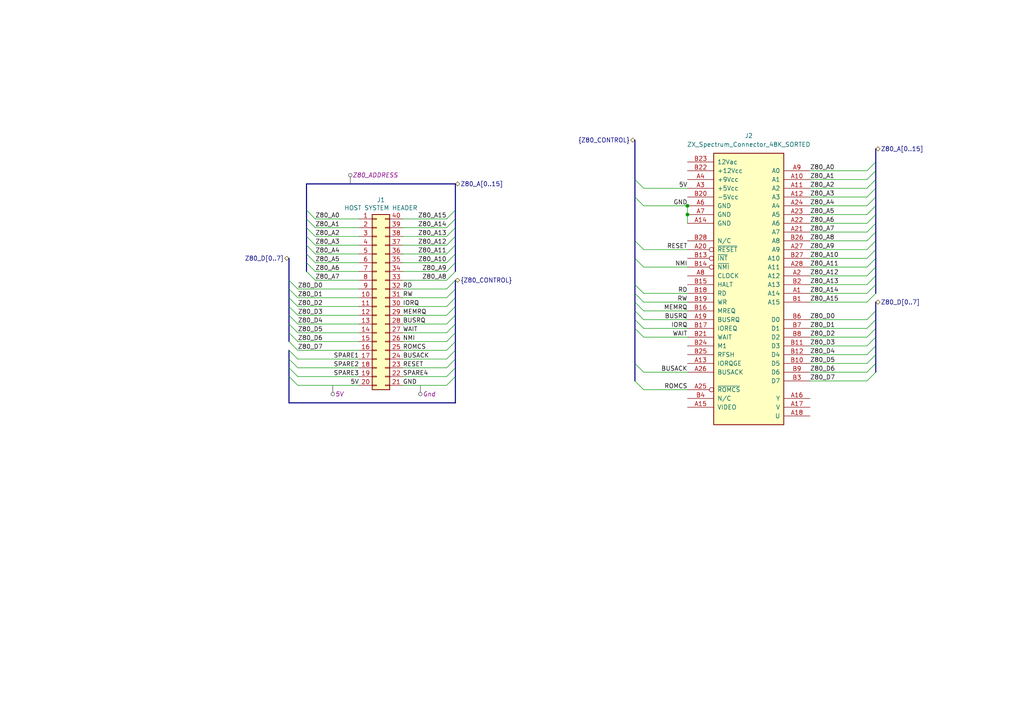
<source format=kicad_sch>
(kicad_sch
	(version 20231120)
	(generator "eeschema")
	(generator_version "8.0")
	(uuid "6ddc226a-d525-48a8-bda5-95f9643534cd")
	(paper "A4")
	(lib_symbols
		(symbol "8bits:ZX_Spectrum_Connector_48K_SORTED"
			(pin_names
				(offset 1.016)
			)
			(exclude_from_sim no)
			(in_bom yes)
			(on_board yes)
			(property "Reference" "J"
				(at 1.27 35.56 0)
				(effects
					(font
						(size 1.27 1.27)
					)
				)
			)
			(property "Value" "ZX_Spectrum_Connector_48K_SORTED"
				(at 1.27 -46.99 0)
				(effects
					(font
						(size 1.27 1.27)
					)
				)
			)
			(property "Footprint" ""
				(at 0 0 0)
				(effects
					(font
						(size 1.27 1.27)
					)
					(hide yes)
				)
			)
			(property "Datasheet" ""
				(at 0 0 0)
				(effects
					(font
						(size 1.27 1.27)
					)
					(hide yes)
				)
			)
			(property "Description" ""
				(at 0 0 0)
				(effects
					(font
						(size 1.27 1.27)
					)
					(hide yes)
				)
			)
			(property "ki_fp_filters" "SINCLAIR:ZX_*"
				(at 0 0 0)
				(effects
					(font
						(size 1.27 1.27)
					)
					(hide yes)
				)
			)
			(symbol "ZX_Spectrum_Connector_48K_SORTED_1_1"
				(rectangle
					(start -10.16 34.29)
					(end 10.16 -44.45)
					(stroke
						(width 0.254)
						(type default)
					)
					(fill
						(type background)
					)
				)
				(pin bidirectional line
					(at 17.78 -6.35 180)
					(length 7.62)
					(name "A14"
						(effects
							(font
								(size 1.27 1.27)
							)
						)
					)
					(number "A1"
						(effects
							(font
								(size 1.27 1.27)
							)
						)
					)
				)
				(pin bidirectional line
					(at 17.78 26.67 180)
					(length 7.62)
					(name "A1"
						(effects
							(font
								(size 1.27 1.27)
							)
						)
					)
					(number "A10"
						(effects
							(font
								(size 1.27 1.27)
							)
						)
					)
				)
				(pin bidirectional line
					(at 17.78 24.13 180)
					(length 7.62)
					(name "A2"
						(effects
							(font
								(size 1.27 1.27)
							)
						)
					)
					(number "A11"
						(effects
							(font
								(size 1.27 1.27)
							)
						)
					)
				)
				(pin bidirectional line
					(at 17.78 21.59 180)
					(length 7.62)
					(name "A3"
						(effects
							(font
								(size 1.27 1.27)
							)
						)
					)
					(number "A12"
						(effects
							(font
								(size 1.27 1.27)
							)
						)
					)
				)
				(pin bidirectional line
					(at -17.78 -26.67 0)
					(length 7.62)
					(name "IORQGE"
						(effects
							(font
								(size 1.27 1.27)
							)
						)
					)
					(number "A13"
						(effects
							(font
								(size 1.27 1.27)
							)
						)
					)
				)
				(pin bidirectional line
					(at -17.78 13.97 0)
					(length 7.62)
					(name "GND"
						(effects
							(font
								(size 1.27 1.27)
							)
						)
					)
					(number "A14"
						(effects
							(font
								(size 1.27 1.27)
							)
						)
					)
				)
				(pin bidirectional line
					(at -17.78 -39.37 0)
					(length 7.62)
					(name "VIDEO"
						(effects
							(font
								(size 1.27 1.27)
							)
						)
					)
					(number "A15"
						(effects
							(font
								(size 1.27 1.27)
							)
						)
					)
				)
				(pin unspecified line
					(at 17.78 -36.83 180)
					(length 7.62)
					(name "Y"
						(effects
							(font
								(size 1.27 1.27)
							)
						)
					)
					(number "A16"
						(effects
							(font
								(size 1.27 1.27)
							)
						)
					)
				)
				(pin bidirectional line
					(at 17.78 -39.37 180)
					(length 7.62)
					(name "V"
						(effects
							(font
								(size 1.27 1.27)
							)
						)
					)
					(number "A17"
						(effects
							(font
								(size 1.27 1.27)
							)
						)
					)
				)
				(pin bidirectional line
					(at 17.78 -41.91 180)
					(length 7.62)
					(name "U"
						(effects
							(font
								(size 1.27 1.27)
							)
						)
					)
					(number "A18"
						(effects
							(font
								(size 1.27 1.27)
							)
						)
					)
				)
				(pin bidirectional line
					(at -17.78 -13.97 0)
					(length 7.62)
					(name "BUSRQ"
						(effects
							(font
								(size 1.27 1.27)
							)
						)
					)
					(number "A19"
						(effects
							(font
								(size 1.27 1.27)
							)
						)
					)
				)
				(pin bidirectional line
					(at 17.78 -1.27 180)
					(length 7.62)
					(name "A12"
						(effects
							(font
								(size 1.27 1.27)
							)
						)
					)
					(number "A2"
						(effects
							(font
								(size 1.27 1.27)
							)
						)
					)
				)
				(pin bidirectional inverted
					(at -17.78 6.35 0)
					(length 7.62)
					(name "~{RESET}"
						(effects
							(font
								(size 1.27 1.27)
							)
						)
					)
					(number "A20"
						(effects
							(font
								(size 1.27 1.27)
							)
						)
					)
				)
				(pin bidirectional line
					(at 17.78 11.43 180)
					(length 7.62)
					(name "A7"
						(effects
							(font
								(size 1.27 1.27)
							)
						)
					)
					(number "A21"
						(effects
							(font
								(size 1.27 1.27)
							)
						)
					)
				)
				(pin bidirectional line
					(at 17.78 13.97 180)
					(length 7.62)
					(name "A6"
						(effects
							(font
								(size 1.27 1.27)
							)
						)
					)
					(number "A22"
						(effects
							(font
								(size 1.27 1.27)
							)
						)
					)
				)
				(pin bidirectional line
					(at 17.78 16.51 180)
					(length 7.62)
					(name "A5"
						(effects
							(font
								(size 1.27 1.27)
							)
						)
					)
					(number "A23"
						(effects
							(font
								(size 1.27 1.27)
							)
						)
					)
				)
				(pin bidirectional line
					(at 17.78 19.05 180)
					(length 7.62)
					(name "A4"
						(effects
							(font
								(size 1.27 1.27)
							)
						)
					)
					(number "A24"
						(effects
							(font
								(size 1.27 1.27)
							)
						)
					)
				)
				(pin bidirectional inverted
					(at -17.78 -34.29 0)
					(length 7.62)
					(name "~{ROMCS}"
						(effects
							(font
								(size 1.27 1.27)
							)
						)
					)
					(number "A25"
						(effects
							(font
								(size 1.27 1.27)
							)
						)
					)
				)
				(pin bidirectional line
					(at -17.78 -29.21 0)
					(length 7.62)
					(name "BUSACK"
						(effects
							(font
								(size 1.27 1.27)
							)
						)
					)
					(number "A26"
						(effects
							(font
								(size 1.27 1.27)
							)
						)
					)
				)
				(pin bidirectional line
					(at 17.78 6.35 180)
					(length 7.62)
					(name "A9"
						(effects
							(font
								(size 1.27 1.27)
							)
						)
					)
					(number "A27"
						(effects
							(font
								(size 1.27 1.27)
							)
						)
					)
				)
				(pin bidirectional line
					(at 17.78 1.27 180)
					(length 7.62)
					(name "A11"
						(effects
							(font
								(size 1.27 1.27)
							)
						)
					)
					(number "A28"
						(effects
							(font
								(size 1.27 1.27)
							)
						)
					)
				)
				(pin bidirectional line
					(at -17.78 24.13 0)
					(length 7.62)
					(name "+5Vcc"
						(effects
							(font
								(size 1.27 1.27)
							)
						)
					)
					(number "A3"
						(effects
							(font
								(size 1.27 1.27)
							)
						)
					)
				)
				(pin bidirectional line
					(at -17.78 26.67 0)
					(length 7.62)
					(name "+9Vcc"
						(effects
							(font
								(size 1.27 1.27)
							)
						)
					)
					(number "A4"
						(effects
							(font
								(size 1.27 1.27)
							)
						)
					)
				)
				(pin bidirectional line
					(at -17.78 19.05 0)
					(length 7.62)
					(name "GND"
						(effects
							(font
								(size 1.27 1.27)
							)
						)
					)
					(number "A6"
						(effects
							(font
								(size 1.27 1.27)
							)
						)
					)
				)
				(pin bidirectional line
					(at -17.78 16.51 0)
					(length 7.62)
					(name "GND"
						(effects
							(font
								(size 1.27 1.27)
							)
						)
					)
					(number "A7"
						(effects
							(font
								(size 1.27 1.27)
							)
						)
					)
				)
				(pin bidirectional line
					(at -17.78 -1.27 0)
					(length 7.62)
					(name "CLOCK"
						(effects
							(font
								(size 1.27 1.27)
							)
						)
					)
					(number "A8"
						(effects
							(font
								(size 1.27 1.27)
							)
						)
					)
				)
				(pin bidirectional line
					(at 17.78 29.21 180)
					(length 7.62)
					(name "A0"
						(effects
							(font
								(size 1.27 1.27)
							)
						)
					)
					(number "A9"
						(effects
							(font
								(size 1.27 1.27)
							)
						)
					)
				)
				(pin bidirectional line
					(at 17.78 -8.89 180)
					(length 7.62)
					(name "A15"
						(effects
							(font
								(size 1.27 1.27)
							)
						)
					)
					(number "B1"
						(effects
							(font
								(size 1.27 1.27)
							)
						)
					)
				)
				(pin bidirectional line
					(at 17.78 -26.67 180)
					(length 7.62)
					(name "D5"
						(effects
							(font
								(size 1.27 1.27)
							)
						)
					)
					(number "B10"
						(effects
							(font
								(size 1.27 1.27)
							)
						)
					)
				)
				(pin bidirectional line
					(at 17.78 -21.59 180)
					(length 7.62)
					(name "D3"
						(effects
							(font
								(size 1.27 1.27)
							)
						)
					)
					(number "B11"
						(effects
							(font
								(size 1.27 1.27)
							)
						)
					)
				)
				(pin bidirectional line
					(at 17.78 -24.13 180)
					(length 7.62)
					(name "D4"
						(effects
							(font
								(size 1.27 1.27)
							)
						)
					)
					(number "B12"
						(effects
							(font
								(size 1.27 1.27)
							)
						)
					)
				)
				(pin bidirectional inverted
					(at -17.78 3.81 0)
					(length 7.62)
					(name "~{INT}"
						(effects
							(font
								(size 1.27 1.27)
							)
						)
					)
					(number "B13"
						(effects
							(font
								(size 1.27 1.27)
							)
						)
					)
				)
				(pin bidirectional inverted
					(at -17.78 1.27 0)
					(length 7.62)
					(name "~{NMI}"
						(effects
							(font
								(size 1.27 1.27)
							)
						)
					)
					(number "B14"
						(effects
							(font
								(size 1.27 1.27)
							)
						)
					)
				)
				(pin bidirectional line
					(at -17.78 -3.81 0)
					(length 7.62)
					(name "HALT"
						(effects
							(font
								(size 1.27 1.27)
							)
						)
					)
					(number "B15"
						(effects
							(font
								(size 1.27 1.27)
							)
						)
					)
				)
				(pin bidirectional line
					(at -17.78 -11.43 0)
					(length 7.62)
					(name "MREQ"
						(effects
							(font
								(size 1.27 1.27)
							)
						)
					)
					(number "B16"
						(effects
							(font
								(size 1.27 1.27)
							)
						)
					)
				)
				(pin bidirectional line
					(at -17.78 -16.51 0)
					(length 7.62)
					(name "IOREQ"
						(effects
							(font
								(size 1.27 1.27)
							)
						)
					)
					(number "B17"
						(effects
							(font
								(size 1.27 1.27)
							)
						)
					)
				)
				(pin bidirectional line
					(at -17.78 -6.35 0)
					(length 7.62)
					(name "RD"
						(effects
							(font
								(size 1.27 1.27)
							)
						)
					)
					(number "B18"
						(effects
							(font
								(size 1.27 1.27)
							)
						)
					)
				)
				(pin bidirectional line
					(at -17.78 -8.89 0)
					(length 7.62)
					(name "WR"
						(effects
							(font
								(size 1.27 1.27)
							)
						)
					)
					(number "B19"
						(effects
							(font
								(size 1.27 1.27)
							)
						)
					)
				)
				(pin bidirectional line
					(at 17.78 -3.81 180)
					(length 7.62)
					(name "A13"
						(effects
							(font
								(size 1.27 1.27)
							)
						)
					)
					(number "B2"
						(effects
							(font
								(size 1.27 1.27)
							)
						)
					)
				)
				(pin bidirectional line
					(at -17.78 21.59 0)
					(length 7.62)
					(name "-5Vcc"
						(effects
							(font
								(size 1.27 1.27)
							)
						)
					)
					(number "B20"
						(effects
							(font
								(size 1.27 1.27)
							)
						)
					)
				)
				(pin bidirectional line
					(at -17.78 -19.05 0)
					(length 7.62)
					(name "WAIT"
						(effects
							(font
								(size 1.27 1.27)
							)
						)
					)
					(number "B21"
						(effects
							(font
								(size 1.27 1.27)
							)
						)
					)
				)
				(pin bidirectional line
					(at -17.78 29.21 0)
					(length 7.62)
					(name "+12Vcc"
						(effects
							(font
								(size 1.27 1.27)
							)
						)
					)
					(number "B22"
						(effects
							(font
								(size 1.27 1.27)
							)
						)
					)
				)
				(pin bidirectional line
					(at -17.78 31.75 0)
					(length 7.62)
					(name "12Vac"
						(effects
							(font
								(size 1.27 1.27)
							)
						)
					)
					(number "B23"
						(effects
							(font
								(size 1.27 1.27)
							)
						)
					)
				)
				(pin bidirectional line
					(at -17.78 -21.59 0)
					(length 7.62)
					(name "M1"
						(effects
							(font
								(size 1.27 1.27)
							)
						)
					)
					(number "B24"
						(effects
							(font
								(size 1.27 1.27)
							)
						)
					)
				)
				(pin bidirectional line
					(at -17.78 -24.13 0)
					(length 7.62)
					(name "RFSH"
						(effects
							(font
								(size 1.27 1.27)
							)
						)
					)
					(number "B25"
						(effects
							(font
								(size 1.27 1.27)
							)
						)
					)
				)
				(pin bidirectional line
					(at 17.78 8.89 180)
					(length 7.62)
					(name "A8"
						(effects
							(font
								(size 1.27 1.27)
							)
						)
					)
					(number "B26"
						(effects
							(font
								(size 1.27 1.27)
							)
						)
					)
				)
				(pin bidirectional line
					(at 17.78 3.81 180)
					(length 7.62)
					(name "A10"
						(effects
							(font
								(size 1.27 1.27)
							)
						)
					)
					(number "B27"
						(effects
							(font
								(size 1.27 1.27)
							)
						)
					)
				)
				(pin unspecified line
					(at -17.78 8.89 0)
					(length 7.62)
					(name "N/C"
						(effects
							(font
								(size 1.27 1.27)
							)
						)
					)
					(number "B28"
						(effects
							(font
								(size 1.27 1.27)
							)
						)
					)
				)
				(pin bidirectional line
					(at 17.78 -31.75 180)
					(length 7.62)
					(name "D7"
						(effects
							(font
								(size 1.27 1.27)
							)
						)
					)
					(number "B3"
						(effects
							(font
								(size 1.27 1.27)
							)
						)
					)
				)
				(pin unspecified line
					(at -17.78 -36.83 0)
					(length 7.62)
					(name "N/C"
						(effects
							(font
								(size 1.27 1.27)
							)
						)
					)
					(number "B4"
						(effects
							(font
								(size 1.27 1.27)
							)
						)
					)
				)
				(pin bidirectional line
					(at 17.78 -13.97 180)
					(length 7.62)
					(name "D0"
						(effects
							(font
								(size 1.27 1.27)
							)
						)
					)
					(number "B6"
						(effects
							(font
								(size 1.27 1.27)
							)
						)
					)
				)
				(pin bidirectional line
					(at 17.78 -16.51 180)
					(length 7.62)
					(name "D1"
						(effects
							(font
								(size 1.27 1.27)
							)
						)
					)
					(number "B7"
						(effects
							(font
								(size 1.27 1.27)
							)
						)
					)
				)
				(pin bidirectional line
					(at 17.78 -19.05 180)
					(length 7.62)
					(name "D2"
						(effects
							(font
								(size 1.27 1.27)
							)
						)
					)
					(number "B8"
						(effects
							(font
								(size 1.27 1.27)
							)
						)
					)
				)
				(pin bidirectional line
					(at 17.78 -29.21 180)
					(length 7.62)
					(name "D6"
						(effects
							(font
								(size 1.27 1.27)
							)
						)
					)
					(number "B9"
						(effects
							(font
								(size 1.27 1.27)
							)
						)
					)
				)
			)
		)
		(symbol "Connector_Generic:Conn_02x20_Counter_Clockwise"
			(pin_names
				(offset 1.016) hide)
			(exclude_from_sim no)
			(in_bom yes)
			(on_board yes)
			(property "Reference" "J"
				(at 1.27 25.4 0)
				(effects
					(font
						(size 1.27 1.27)
					)
				)
			)
			(property "Value" "Conn_02x20_Counter_Clockwise"
				(at 1.27 -27.94 0)
				(effects
					(font
						(size 1.27 1.27)
					)
				)
			)
			(property "Footprint" ""
				(at 0 0 0)
				(effects
					(font
						(size 1.27 1.27)
					)
					(hide yes)
				)
			)
			(property "Datasheet" "~"
				(at 0 0 0)
				(effects
					(font
						(size 1.27 1.27)
					)
					(hide yes)
				)
			)
			(property "Description" "Generic connector, double row, 02x20, counter clockwise pin numbering scheme (similar to DIP package numbering), script generated (kicad-library-utils/schlib/autogen/connector/)"
				(at 0 0 0)
				(effects
					(font
						(size 1.27 1.27)
					)
					(hide yes)
				)
			)
			(property "ki_keywords" "connector"
				(at 0 0 0)
				(effects
					(font
						(size 1.27 1.27)
					)
					(hide yes)
				)
			)
			(property "ki_fp_filters" "Connector*:*_2x??_*"
				(at 0 0 0)
				(effects
					(font
						(size 1.27 1.27)
					)
					(hide yes)
				)
			)
			(symbol "Conn_02x20_Counter_Clockwise_1_1"
				(rectangle
					(start -1.27 -25.273)
					(end 0 -25.527)
					(stroke
						(width 0.1524)
						(type default)
					)
					(fill
						(type none)
					)
				)
				(rectangle
					(start -1.27 -22.733)
					(end 0 -22.987)
					(stroke
						(width 0.1524)
						(type default)
					)
					(fill
						(type none)
					)
				)
				(rectangle
					(start -1.27 -20.193)
					(end 0 -20.447)
					(stroke
						(width 0.1524)
						(type default)
					)
					(fill
						(type none)
					)
				)
				(rectangle
					(start -1.27 -17.653)
					(end 0 -17.907)
					(stroke
						(width 0.1524)
						(type default)
					)
					(fill
						(type none)
					)
				)
				(rectangle
					(start -1.27 -15.113)
					(end 0 -15.367)
					(stroke
						(width 0.1524)
						(type default)
					)
					(fill
						(type none)
					)
				)
				(rectangle
					(start -1.27 -12.573)
					(end 0 -12.827)
					(stroke
						(width 0.1524)
						(type default)
					)
					(fill
						(type none)
					)
				)
				(rectangle
					(start -1.27 -10.033)
					(end 0 -10.287)
					(stroke
						(width 0.1524)
						(type default)
					)
					(fill
						(type none)
					)
				)
				(rectangle
					(start -1.27 -7.493)
					(end 0 -7.747)
					(stroke
						(width 0.1524)
						(type default)
					)
					(fill
						(type none)
					)
				)
				(rectangle
					(start -1.27 -4.953)
					(end 0 -5.207)
					(stroke
						(width 0.1524)
						(type default)
					)
					(fill
						(type none)
					)
				)
				(rectangle
					(start -1.27 -2.413)
					(end 0 -2.667)
					(stroke
						(width 0.1524)
						(type default)
					)
					(fill
						(type none)
					)
				)
				(rectangle
					(start -1.27 0.127)
					(end 0 -0.127)
					(stroke
						(width 0.1524)
						(type default)
					)
					(fill
						(type none)
					)
				)
				(rectangle
					(start -1.27 2.667)
					(end 0 2.413)
					(stroke
						(width 0.1524)
						(type default)
					)
					(fill
						(type none)
					)
				)
				(rectangle
					(start -1.27 5.207)
					(end 0 4.953)
					(stroke
						(width 0.1524)
						(type default)
					)
					(fill
						(type none)
					)
				)
				(rectangle
					(start -1.27 7.747)
					(end 0 7.493)
					(stroke
						(width 0.1524)
						(type default)
					)
					(fill
						(type none)
					)
				)
				(rectangle
					(start -1.27 10.287)
					(end 0 10.033)
					(stroke
						(width 0.1524)
						(type default)
					)
					(fill
						(type none)
					)
				)
				(rectangle
					(start -1.27 12.827)
					(end 0 12.573)
					(stroke
						(width 0.1524)
						(type default)
					)
					(fill
						(type none)
					)
				)
				(rectangle
					(start -1.27 15.367)
					(end 0 15.113)
					(stroke
						(width 0.1524)
						(type default)
					)
					(fill
						(type none)
					)
				)
				(rectangle
					(start -1.27 17.907)
					(end 0 17.653)
					(stroke
						(width 0.1524)
						(type default)
					)
					(fill
						(type none)
					)
				)
				(rectangle
					(start -1.27 20.447)
					(end 0 20.193)
					(stroke
						(width 0.1524)
						(type default)
					)
					(fill
						(type none)
					)
				)
				(rectangle
					(start -1.27 22.987)
					(end 0 22.733)
					(stroke
						(width 0.1524)
						(type default)
					)
					(fill
						(type none)
					)
				)
				(rectangle
					(start -1.27 24.13)
					(end 3.81 -26.67)
					(stroke
						(width 0.254)
						(type default)
					)
					(fill
						(type background)
					)
				)
				(rectangle
					(start 3.81 -25.273)
					(end 2.54 -25.527)
					(stroke
						(width 0.1524)
						(type default)
					)
					(fill
						(type none)
					)
				)
				(rectangle
					(start 3.81 -22.733)
					(end 2.54 -22.987)
					(stroke
						(width 0.1524)
						(type default)
					)
					(fill
						(type none)
					)
				)
				(rectangle
					(start 3.81 -20.193)
					(end 2.54 -20.447)
					(stroke
						(width 0.1524)
						(type default)
					)
					(fill
						(type none)
					)
				)
				(rectangle
					(start 3.81 -17.653)
					(end 2.54 -17.907)
					(stroke
						(width 0.1524)
						(type default)
					)
					(fill
						(type none)
					)
				)
				(rectangle
					(start 3.81 -15.113)
					(end 2.54 -15.367)
					(stroke
						(width 0.1524)
						(type default)
					)
					(fill
						(type none)
					)
				)
				(rectangle
					(start 3.81 -12.573)
					(end 2.54 -12.827)
					(stroke
						(width 0.1524)
						(type default)
					)
					(fill
						(type none)
					)
				)
				(rectangle
					(start 3.81 -10.033)
					(end 2.54 -10.287)
					(stroke
						(width 0.1524)
						(type default)
					)
					(fill
						(type none)
					)
				)
				(rectangle
					(start 3.81 -7.493)
					(end 2.54 -7.747)
					(stroke
						(width 0.1524)
						(type default)
					)
					(fill
						(type none)
					)
				)
				(rectangle
					(start 3.81 -4.953)
					(end 2.54 -5.207)
					(stroke
						(width 0.1524)
						(type default)
					)
					(fill
						(type none)
					)
				)
				(rectangle
					(start 3.81 -2.413)
					(end 2.54 -2.667)
					(stroke
						(width 0.1524)
						(type default)
					)
					(fill
						(type none)
					)
				)
				(rectangle
					(start 3.81 0.127)
					(end 2.54 -0.127)
					(stroke
						(width 0.1524)
						(type default)
					)
					(fill
						(type none)
					)
				)
				(rectangle
					(start 3.81 2.667)
					(end 2.54 2.413)
					(stroke
						(width 0.1524)
						(type default)
					)
					(fill
						(type none)
					)
				)
				(rectangle
					(start 3.81 5.207)
					(end 2.54 4.953)
					(stroke
						(width 0.1524)
						(type default)
					)
					(fill
						(type none)
					)
				)
				(rectangle
					(start 3.81 7.747)
					(end 2.54 7.493)
					(stroke
						(width 0.1524)
						(type default)
					)
					(fill
						(type none)
					)
				)
				(rectangle
					(start 3.81 10.287)
					(end 2.54 10.033)
					(stroke
						(width 0.1524)
						(type default)
					)
					(fill
						(type none)
					)
				)
				(rectangle
					(start 3.81 12.827)
					(end 2.54 12.573)
					(stroke
						(width 0.1524)
						(type default)
					)
					(fill
						(type none)
					)
				)
				(rectangle
					(start 3.81 15.367)
					(end 2.54 15.113)
					(stroke
						(width 0.1524)
						(type default)
					)
					(fill
						(type none)
					)
				)
				(rectangle
					(start 3.81 17.907)
					(end 2.54 17.653)
					(stroke
						(width 0.1524)
						(type default)
					)
					(fill
						(type none)
					)
				)
				(rectangle
					(start 3.81 20.447)
					(end 2.54 20.193)
					(stroke
						(width 0.1524)
						(type default)
					)
					(fill
						(type none)
					)
				)
				(rectangle
					(start 3.81 22.987)
					(end 2.54 22.733)
					(stroke
						(width 0.1524)
						(type default)
					)
					(fill
						(type none)
					)
				)
				(pin passive line
					(at -5.08 22.86 0)
					(length 3.81)
					(name "Pin_1"
						(effects
							(font
								(size 1.27 1.27)
							)
						)
					)
					(number "1"
						(effects
							(font
								(size 1.27 1.27)
							)
						)
					)
				)
				(pin passive line
					(at -5.08 0 0)
					(length 3.81)
					(name "Pin_10"
						(effects
							(font
								(size 1.27 1.27)
							)
						)
					)
					(number "10"
						(effects
							(font
								(size 1.27 1.27)
							)
						)
					)
				)
				(pin passive line
					(at -5.08 -2.54 0)
					(length 3.81)
					(name "Pin_11"
						(effects
							(font
								(size 1.27 1.27)
							)
						)
					)
					(number "11"
						(effects
							(font
								(size 1.27 1.27)
							)
						)
					)
				)
				(pin passive line
					(at -5.08 -5.08 0)
					(length 3.81)
					(name "Pin_12"
						(effects
							(font
								(size 1.27 1.27)
							)
						)
					)
					(number "12"
						(effects
							(font
								(size 1.27 1.27)
							)
						)
					)
				)
				(pin passive line
					(at -5.08 -7.62 0)
					(length 3.81)
					(name "Pin_13"
						(effects
							(font
								(size 1.27 1.27)
							)
						)
					)
					(number "13"
						(effects
							(font
								(size 1.27 1.27)
							)
						)
					)
				)
				(pin passive line
					(at -5.08 -10.16 0)
					(length 3.81)
					(name "Pin_14"
						(effects
							(font
								(size 1.27 1.27)
							)
						)
					)
					(number "14"
						(effects
							(font
								(size 1.27 1.27)
							)
						)
					)
				)
				(pin passive line
					(at -5.08 -12.7 0)
					(length 3.81)
					(name "Pin_15"
						(effects
							(font
								(size 1.27 1.27)
							)
						)
					)
					(number "15"
						(effects
							(font
								(size 1.27 1.27)
							)
						)
					)
				)
				(pin passive line
					(at -5.08 -15.24 0)
					(length 3.81)
					(name "Pin_16"
						(effects
							(font
								(size 1.27 1.27)
							)
						)
					)
					(number "16"
						(effects
							(font
								(size 1.27 1.27)
							)
						)
					)
				)
				(pin passive line
					(at -5.08 -17.78 0)
					(length 3.81)
					(name "Pin_17"
						(effects
							(font
								(size 1.27 1.27)
							)
						)
					)
					(number "17"
						(effects
							(font
								(size 1.27 1.27)
							)
						)
					)
				)
				(pin passive line
					(at -5.08 -20.32 0)
					(length 3.81)
					(name "Pin_18"
						(effects
							(font
								(size 1.27 1.27)
							)
						)
					)
					(number "18"
						(effects
							(font
								(size 1.27 1.27)
							)
						)
					)
				)
				(pin passive line
					(at -5.08 -22.86 0)
					(length 3.81)
					(name "Pin_19"
						(effects
							(font
								(size 1.27 1.27)
							)
						)
					)
					(number "19"
						(effects
							(font
								(size 1.27 1.27)
							)
						)
					)
				)
				(pin passive line
					(at -5.08 20.32 0)
					(length 3.81)
					(name "Pin_2"
						(effects
							(font
								(size 1.27 1.27)
							)
						)
					)
					(number "2"
						(effects
							(font
								(size 1.27 1.27)
							)
						)
					)
				)
				(pin passive line
					(at -5.08 -25.4 0)
					(length 3.81)
					(name "Pin_20"
						(effects
							(font
								(size 1.27 1.27)
							)
						)
					)
					(number "20"
						(effects
							(font
								(size 1.27 1.27)
							)
						)
					)
				)
				(pin passive line
					(at 7.62 -25.4 180)
					(length 3.81)
					(name "Pin_21"
						(effects
							(font
								(size 1.27 1.27)
							)
						)
					)
					(number "21"
						(effects
							(font
								(size 1.27 1.27)
							)
						)
					)
				)
				(pin passive line
					(at 7.62 -22.86 180)
					(length 3.81)
					(name "Pin_22"
						(effects
							(font
								(size 1.27 1.27)
							)
						)
					)
					(number "22"
						(effects
							(font
								(size 1.27 1.27)
							)
						)
					)
				)
				(pin passive line
					(at 7.62 -20.32 180)
					(length 3.81)
					(name "Pin_23"
						(effects
							(font
								(size 1.27 1.27)
							)
						)
					)
					(number "23"
						(effects
							(font
								(size 1.27 1.27)
							)
						)
					)
				)
				(pin passive line
					(at 7.62 -17.78 180)
					(length 3.81)
					(name "Pin_24"
						(effects
							(font
								(size 1.27 1.27)
							)
						)
					)
					(number "24"
						(effects
							(font
								(size 1.27 1.27)
							)
						)
					)
				)
				(pin passive line
					(at 7.62 -15.24 180)
					(length 3.81)
					(name "Pin_25"
						(effects
							(font
								(size 1.27 1.27)
							)
						)
					)
					(number "25"
						(effects
							(font
								(size 1.27 1.27)
							)
						)
					)
				)
				(pin passive line
					(at 7.62 -12.7 180)
					(length 3.81)
					(name "Pin_26"
						(effects
							(font
								(size 1.27 1.27)
							)
						)
					)
					(number "26"
						(effects
							(font
								(size 1.27 1.27)
							)
						)
					)
				)
				(pin passive line
					(at 7.62 -10.16 180)
					(length 3.81)
					(name "Pin_27"
						(effects
							(font
								(size 1.27 1.27)
							)
						)
					)
					(number "27"
						(effects
							(font
								(size 1.27 1.27)
							)
						)
					)
				)
				(pin passive line
					(at 7.62 -7.62 180)
					(length 3.81)
					(name "Pin_28"
						(effects
							(font
								(size 1.27 1.27)
							)
						)
					)
					(number "28"
						(effects
							(font
								(size 1.27 1.27)
							)
						)
					)
				)
				(pin passive line
					(at 7.62 -5.08 180)
					(length 3.81)
					(name "Pin_29"
						(effects
							(font
								(size 1.27 1.27)
							)
						)
					)
					(number "29"
						(effects
							(font
								(size 1.27 1.27)
							)
						)
					)
				)
				(pin passive line
					(at -5.08 17.78 0)
					(length 3.81)
					(name "Pin_3"
						(effects
							(font
								(size 1.27 1.27)
							)
						)
					)
					(number "3"
						(effects
							(font
								(size 1.27 1.27)
							)
						)
					)
				)
				(pin passive line
					(at 7.62 -2.54 180)
					(length 3.81)
					(name "Pin_30"
						(effects
							(font
								(size 1.27 1.27)
							)
						)
					)
					(number "30"
						(effects
							(font
								(size 1.27 1.27)
							)
						)
					)
				)
				(pin passive line
					(at 7.62 0 180)
					(length 3.81)
					(name "Pin_31"
						(effects
							(font
								(size 1.27 1.27)
							)
						)
					)
					(number "31"
						(effects
							(font
								(size 1.27 1.27)
							)
						)
					)
				)
				(pin passive line
					(at 7.62 2.54 180)
					(length 3.81)
					(name "Pin_32"
						(effects
							(font
								(size 1.27 1.27)
							)
						)
					)
					(number "32"
						(effects
							(font
								(size 1.27 1.27)
							)
						)
					)
				)
				(pin passive line
					(at 7.62 5.08 180)
					(length 3.81)
					(name "Pin_33"
						(effects
							(font
								(size 1.27 1.27)
							)
						)
					)
					(number "33"
						(effects
							(font
								(size 1.27 1.27)
							)
						)
					)
				)
				(pin passive line
					(at 7.62 7.62 180)
					(length 3.81)
					(name "Pin_34"
						(effects
							(font
								(size 1.27 1.27)
							)
						)
					)
					(number "34"
						(effects
							(font
								(size 1.27 1.27)
							)
						)
					)
				)
				(pin passive line
					(at 7.62 10.16 180)
					(length 3.81)
					(name "Pin_35"
						(effects
							(font
								(size 1.27 1.27)
							)
						)
					)
					(number "35"
						(effects
							(font
								(size 1.27 1.27)
							)
						)
					)
				)
				(pin passive line
					(at 7.62 12.7 180)
					(length 3.81)
					(name "Pin_36"
						(effects
							(font
								(size 1.27 1.27)
							)
						)
					)
					(number "36"
						(effects
							(font
								(size 1.27 1.27)
							)
						)
					)
				)
				(pin passive line
					(at 7.62 15.24 180)
					(length 3.81)
					(name "Pin_37"
						(effects
							(font
								(size 1.27 1.27)
							)
						)
					)
					(number "37"
						(effects
							(font
								(size 1.27 1.27)
							)
						)
					)
				)
				(pin passive line
					(at 7.62 17.78 180)
					(length 3.81)
					(name "Pin_38"
						(effects
							(font
								(size 1.27 1.27)
							)
						)
					)
					(number "38"
						(effects
							(font
								(size 1.27 1.27)
							)
						)
					)
				)
				(pin passive line
					(at 7.62 20.32 180)
					(length 3.81)
					(name "Pin_39"
						(effects
							(font
								(size 1.27 1.27)
							)
						)
					)
					(number "39"
						(effects
							(font
								(size 1.27 1.27)
							)
						)
					)
				)
				(pin passive line
					(at -5.08 15.24 0)
					(length 3.81)
					(name "Pin_4"
						(effects
							(font
								(size 1.27 1.27)
							)
						)
					)
					(number "4"
						(effects
							(font
								(size 1.27 1.27)
							)
						)
					)
				)
				(pin passive line
					(at 7.62 22.86 180)
					(length 3.81)
					(name "Pin_40"
						(effects
							(font
								(size 1.27 1.27)
							)
						)
					)
					(number "40"
						(effects
							(font
								(size 1.27 1.27)
							)
						)
					)
				)
				(pin passive line
					(at -5.08 12.7 0)
					(length 3.81)
					(name "Pin_5"
						(effects
							(font
								(size 1.27 1.27)
							)
						)
					)
					(number "5"
						(effects
							(font
								(size 1.27 1.27)
							)
						)
					)
				)
				(pin passive line
					(at -5.08 10.16 0)
					(length 3.81)
					(name "Pin_6"
						(effects
							(font
								(size 1.27 1.27)
							)
						)
					)
					(number "6"
						(effects
							(font
								(size 1.27 1.27)
							)
						)
					)
				)
				(pin passive line
					(at -5.08 7.62 0)
					(length 3.81)
					(name "Pin_7"
						(effects
							(font
								(size 1.27 1.27)
							)
						)
					)
					(number "7"
						(effects
							(font
								(size 1.27 1.27)
							)
						)
					)
				)
				(pin passive line
					(at -5.08 5.08 0)
					(length 3.81)
					(name "Pin_8"
						(effects
							(font
								(size 1.27 1.27)
							)
						)
					)
					(number "8"
						(effects
							(font
								(size 1.27 1.27)
							)
						)
					)
				)
				(pin passive line
					(at -5.08 2.54 0)
					(length 3.81)
					(name "Pin_9"
						(effects
							(font
								(size 1.27 1.27)
							)
						)
					)
					(number "9"
						(effects
							(font
								(size 1.27 1.27)
							)
						)
					)
				)
			)
		)
	)
	(bus_alias "Z80_CONTROL"
		(members "RD" "RW" "IORQ" "MEMRQ" "BUSRQ" "WAIT" "NMI" "ROMCS" "BUSACK"
			"RESET" "SPARE1" "SPARE2" "SPARE3" "SPARE4" "5V" "GND"
		)
	)
	(junction
		(at 199.39 59.69)
		(diameter 0)
		(color 0 0 0 0)
		(uuid "1119dcf7-45c6-4902-9ca4-5f1e6c5c1a9d")
	)
	(junction
		(at 199.39 62.23)
		(diameter 0)
		(color 0 0 0 0)
		(uuid "eea4c10a-d2b3-4264-bfd0-ae2b9bc422f9")
	)
	(bus_entry
		(at 88.9 63.5)
		(size 2.54 2.54)
		(stroke
			(width 0)
			(type default)
		)
		(uuid "011f89aa-d351-4112-b6a1-07b9508cd5aa")
	)
	(bus_entry
		(at 83.82 104.14)
		(size 2.54 2.54)
		(stroke
			(width 0)
			(type default)
		)
		(uuid "02667f67-7ca0-40b1-abd7-334133864609")
	)
	(bus_entry
		(at 88.9 66.04)
		(size 2.54 2.54)
		(stroke
			(width 0)
			(type default)
		)
		(uuid "04b6cee8-4aac-4cba-bceb-734305c7833c")
	)
	(bus_entry
		(at 86.36 96.52)
		(size -2.54 -2.54)
		(stroke
			(width 0)
			(type default)
		)
		(uuid "05c9bb0d-5d12-4d33-bdca-77b0afc2dcbd")
	)
	(bus_entry
		(at 83.82 101.6)
		(size 2.54 2.54)
		(stroke
			(width 0)
			(type default)
		)
		(uuid "08588175-462e-45ea-9d40-4c597db9ca21")
	)
	(bus_entry
		(at 254 52.07)
		(size -2.54 2.54)
		(stroke
			(width 0)
			(type default)
		)
		(uuid "1e30d01e-ff40-4efd-be1b-70a036249327")
	)
	(bus_entry
		(at 184.15 87.63)
		(size 2.54 2.54)
		(stroke
			(width 0)
			(type default)
		)
		(uuid "1e684586-9831-40e6-84a8-326a66a3920b")
	)
	(bus_entry
		(at 86.36 88.9)
		(size -2.54 -2.54)
		(stroke
			(width 0)
			(type default)
		)
		(uuid "1e80cebe-9073-42c9-b214-99f9b557b1d7")
	)
	(bus_entry
		(at 83.82 83.82)
		(size 2.54 2.54)
		(stroke
			(width 0)
			(type default)
		)
		(uuid "1f960b9b-e27c-4f46-9641-c2509e015423")
	)
	(bus_entry
		(at 184.15 82.55)
		(size 2.54 2.54)
		(stroke
			(width 0)
			(type default)
		)
		(uuid "21751e9b-e22c-4771-83f0-ec6faafcc866")
	)
	(bus_entry
		(at 83.82 88.9)
		(size 2.54 2.54)
		(stroke
			(width 0)
			(type default)
		)
		(uuid "240f2e45-9e91-4a01-8e44-f4575619358c")
	)
	(bus_entry
		(at 254 49.53)
		(size -2.54 2.54)
		(stroke
			(width 0)
			(type default)
		)
		(uuid "289f63cd-2b93-461c-be84-09cfe7f62e27")
	)
	(bus_entry
		(at 132.08 63.5)
		(size -2.54 2.54)
		(stroke
			(width 0)
			(type default)
		)
		(uuid "28eeb60f-d6fd-4d4d-b270-3dde1f04cd59")
	)
	(bus_entry
		(at 254 100.33)
		(size -2.54 2.54)
		(stroke
			(width 0)
			(type default)
		)
		(uuid "2ab76795-6ac5-4d0f-8b8b-e54d73627d50")
	)
	(bus_entry
		(at 184.15 105.41)
		(size 2.54 2.54)
		(stroke
			(width 0)
			(type default)
		)
		(uuid "2baab373-42f3-45be-9ab4-2f1656f59e4b")
	)
	(bus_entry
		(at 132.08 99.06)
		(size -2.54 2.54)
		(stroke
			(width 0)
			(type default)
		)
		(uuid "2f510258-15e0-4647-82b7-e78715ab9228")
	)
	(bus_entry
		(at 88.9 78.74)
		(size 2.54 2.54)
		(stroke
			(width 0)
			(type default)
		)
		(uuid "305b9e35-f977-4415-b9e7-723e0d93132b")
	)
	(bus_entry
		(at 254 64.77)
		(size -2.54 2.54)
		(stroke
			(width 0)
			(type default)
		)
		(uuid "34c803da-c3ab-42fe-9da6-5b52327dcca4")
	)
	(bus_entry
		(at 254 59.69)
		(size -2.54 2.54)
		(stroke
			(width 0)
			(type default)
		)
		(uuid "36c1f336-cb29-4d94-867e-b7b83c6326d2")
	)
	(bus_entry
		(at 132.08 96.52)
		(size -2.54 2.54)
		(stroke
			(width 0)
			(type default)
		)
		(uuid "370efbab-6808-48cc-a46e-7447e7ae5e9a")
	)
	(bus_entry
		(at 132.08 73.66)
		(size -2.54 2.54)
		(stroke
			(width 0)
			(type default)
		)
		(uuid "46924cd7-54a2-46fe-a861-09b020563a79")
	)
	(bus_entry
		(at 254 57.15)
		(size -2.54 2.54)
		(stroke
			(width 0)
			(type default)
		)
		(uuid "49caba6b-9bbc-438a-bfa4-53df32d8a1d7")
	)
	(bus_entry
		(at 254 92.71)
		(size -2.54 2.54)
		(stroke
			(width 0)
			(type default)
		)
		(uuid "4b06fbbd-ac58-4f6f-97d1-1a7d4dd7a13b")
	)
	(bus_entry
		(at 132.08 78.74)
		(size -2.54 2.54)
		(stroke
			(width 0)
			(type default)
		)
		(uuid "52b88e95-9e07-43c9-982f-240a79da9cab")
	)
	(bus_entry
		(at 184.15 95.25)
		(size 2.54 2.54)
		(stroke
			(width 0)
			(type default)
		)
		(uuid "52f3ff9e-d514-45ca-bcf9-5836745523dd")
	)
	(bus_entry
		(at 254 80.01)
		(size -2.54 2.54)
		(stroke
			(width 0)
			(type default)
		)
		(uuid "577e9620-1928-46de-989a-500adb221ae9")
	)
	(bus_entry
		(at 83.82 106.68)
		(size 2.54 2.54)
		(stroke
			(width 0)
			(type default)
		)
		(uuid "5cbb7da7-2855-462b-9228-6d21f963d7a2")
	)
	(bus_entry
		(at 132.08 81.28)
		(size -2.54 2.54)
		(stroke
			(width 0)
			(type default)
		)
		(uuid "5e4bd680-14d6-49b7-b72b-32ecc897b5c8")
	)
	(bus_entry
		(at 132.08 76.2)
		(size -2.54 2.54)
		(stroke
			(width 0)
			(type default)
		)
		(uuid "5f5d5ed4-e68b-4a96-9c9f-8a1e0ae1bcc7")
	)
	(bus_entry
		(at 254 54.61)
		(size -2.54 2.54)
		(stroke
			(width 0)
			(type default)
		)
		(uuid "60fc4846-367b-4f3e-916c-e20f2a9e2548")
	)
	(bus_entry
		(at 254 105.41)
		(size -2.54 2.54)
		(stroke
			(width 0)
			(type default)
		)
		(uuid "6583c3fd-26a0-4c9c-ab9d-5dc7ac50eec1")
	)
	(bus_entry
		(at 88.9 73.66)
		(size 2.54 2.54)
		(stroke
			(width 0)
			(type default)
		)
		(uuid "66fd950b-1641-4802-84a8-c9eca70c9272")
	)
	(bus_entry
		(at 88.9 60.96)
		(size 2.54 2.54)
		(stroke
			(width 0)
			(type default)
		)
		(uuid "6b8e3766-bf4c-46c4-a824-04b55d250c98")
	)
	(bus_entry
		(at 132.08 101.6)
		(size -2.54 2.54)
		(stroke
			(width 0)
			(type default)
		)
		(uuid "6cd77aaa-8fa3-4598-ad43-7f86fe57a79c")
	)
	(bus_entry
		(at 184.15 90.17)
		(size 2.54 2.54)
		(stroke
			(width 0)
			(type default)
		)
		(uuid "6d7fa8d3-4560-4596-813a-ba5b489be77a")
	)
	(bus_entry
		(at 254 107.95)
		(size -2.54 2.54)
		(stroke
			(width 0)
			(type default)
		)
		(uuid "6e077207-0442-4aad-81b7-3b4a7b9e7e5c")
	)
	(bus_entry
		(at 184.15 57.15)
		(size 2.54 2.54)
		(stroke
			(width 0)
			(type default)
		)
		(uuid "719013de-ed5f-4104-9ced-dc579155521e")
	)
	(bus_entry
		(at 132.08 66.04)
		(size -2.54 2.54)
		(stroke
			(width 0)
			(type default)
		)
		(uuid "71f4d4ea-b4b7-4086-a286-574872555947")
	)
	(bus_entry
		(at 254 77.47)
		(size -2.54 2.54)
		(stroke
			(width 0)
			(type default)
		)
		(uuid "73defba7-db12-4a68-861a-b17dd84ea4c0")
	)
	(bus_entry
		(at 132.08 71.12)
		(size -2.54 2.54)
		(stroke
			(width 0)
			(type default)
		)
		(uuid "745805c8-4fa6-4d36-9324-2dc9cdaa5ab8")
	)
	(bus_entry
		(at 184.15 74.93)
		(size 2.54 2.54)
		(stroke
			(width 0)
			(type default)
		)
		(uuid "78f0b750-9440-47d9-b06b-2b0ca4fffcd6")
	)
	(bus_entry
		(at 184.15 110.49)
		(size 2.54 2.54)
		(stroke
			(width 0)
			(type default)
		)
		(uuid "793e5440-c2e4-4cac-a4cf-d357c0ef188c")
	)
	(bus_entry
		(at 184.15 69.85)
		(size 2.54 2.54)
		(stroke
			(width 0)
			(type default)
		)
		(uuid "7ce4f2e2-2693-4a80-94f1-4d663269b2f3")
	)
	(bus_entry
		(at 254 102.87)
		(size -2.54 2.54)
		(stroke
			(width 0)
			(type default)
		)
		(uuid "80262b8e-f0c5-4c0a-a759-1d1b3cd693ab")
	)
	(bus_entry
		(at 184.15 52.07)
		(size 2.54 2.54)
		(stroke
			(width 0)
			(type default)
		)
		(uuid "83e2523a-9d40-4951-bbe9-02275719c318")
	)
	(bus_entry
		(at 254 69.85)
		(size -2.54 2.54)
		(stroke
			(width 0)
			(type default)
		)
		(uuid "858a772b-a407-4001-bc5c-a5fd2d2d6bc8")
	)
	(bus_entry
		(at 184.15 92.71)
		(size 2.54 2.54)
		(stroke
			(width 0)
			(type default)
		)
		(uuid "872cf40e-7b13-4e3b-b15f-b6f5fac3c860")
	)
	(bus_entry
		(at 254 97.79)
		(size -2.54 2.54)
		(stroke
			(width 0)
			(type default)
		)
		(uuid "89c26c7b-08da-4863-8f16-2693b2216b1f")
	)
	(bus_entry
		(at 254 74.93)
		(size -2.54 2.54)
		(stroke
			(width 0)
			(type default)
		)
		(uuid "8f56760a-098d-4dd3-b3d0-6a352489ecda")
	)
	(bus_entry
		(at 254 82.55)
		(size -2.54 2.54)
		(stroke
			(width 0)
			(type default)
		)
		(uuid "931ea02c-c0a0-4025-985f-e2e39d81b8e8")
	)
	(bus_entry
		(at 132.08 60.96)
		(size -2.54 2.54)
		(stroke
			(width 0)
			(type default)
		)
		(uuid "97059445-66bd-49d1-8971-1696f1fef0a0")
	)
	(bus_entry
		(at 132.08 106.68)
		(size -2.54 2.54)
		(stroke
			(width 0)
			(type default)
		)
		(uuid "aabb7c73-9021-42c3-95ed-cc59b61d43c1")
	)
	(bus_entry
		(at 132.08 86.36)
		(size -2.54 2.54)
		(stroke
			(width 0)
			(type default)
		)
		(uuid "aee61b8c-7500-44b0-8e98-99bffa124d44")
	)
	(bus_entry
		(at 132.08 83.82)
		(size -2.54 2.54)
		(stroke
			(width 0)
			(type default)
		)
		(uuid "b5276d45-85a9-4b3d-bbca-840a751b1da2")
	)
	(bus_entry
		(at 88.9 71.12)
		(size 2.54 2.54)
		(stroke
			(width 0)
			(type default)
		)
		(uuid "bf1110ff-e6e3-47db-94c1-2312efb3c096")
	)
	(bus_entry
		(at 132.08 68.58)
		(size -2.54 2.54)
		(stroke
			(width 0)
			(type default)
		)
		(uuid "c06cd17c-d443-46bc-b78f-0a8ad78c847f")
	)
	(bus_entry
		(at 83.82 99.06)
		(size 2.54 2.54)
		(stroke
			(width 0)
			(type default)
		)
		(uuid "c102561d-ec46-48b8-87a5-4414ce296ac3")
	)
	(bus_entry
		(at 254 90.17)
		(size -2.54 2.54)
		(stroke
			(width 0)
			(type default)
		)
		(uuid "c50d8331-2613-4824-9db1-4b54c5ad7b41")
	)
	(bus_entry
		(at 88.9 68.58)
		(size 2.54 2.54)
		(stroke
			(width 0)
			(type default)
		)
		(uuid "cd92e834-8b9c-4478-84cc-1f64cc989d26")
	)
	(bus_entry
		(at 132.08 93.98)
		(size -2.54 2.54)
		(stroke
			(width 0)
			(type default)
		)
		(uuid "d0bb63a7-d7bf-421b-84b6-5e16491fef49")
	)
	(bus_entry
		(at 254 62.23)
		(size -2.54 2.54)
		(stroke
			(width 0)
			(type default)
		)
		(uuid "d56c4714-e205-48e1-97df-ff2b62262ef7")
	)
	(bus_entry
		(at 254 46.99)
		(size -2.54 2.54)
		(stroke
			(width 0)
			(type default)
		)
		(uuid "d67ee73f-0916-4dbb-b1d8-cbf9aa21fb48")
	)
	(bus_entry
		(at 254 72.39)
		(size -2.54 2.54)
		(stroke
			(width 0)
			(type default)
		)
		(uuid "dcc5ce79-4431-4bd4-bd3e-103998bd2f7e")
	)
	(bus_entry
		(at 132.08 88.9)
		(size -2.54 2.54)
		(stroke
			(width 0)
			(type default)
		)
		(uuid "dda429cb-15b6-4f78-a4d8-88b11188016d")
	)
	(bus_entry
		(at 132.08 104.14)
		(size -2.54 2.54)
		(stroke
			(width 0)
			(type default)
		)
		(uuid "ddca6338-18a6-4bcf-a39f-7442db587a97")
	)
	(bus_entry
		(at 184.15 85.09)
		(size 2.54 2.54)
		(stroke
			(width 0)
			(type default)
		)
		(uuid "df0f77c8-87e4-4c9c-af0c-b2989aed28e0")
	)
	(bus_entry
		(at 254 85.09)
		(size -2.54 2.54)
		(stroke
			(width 0)
			(type default)
		)
		(uuid "e03ace88-28df-486c-bca5-b86f7e8ec2a2")
	)
	(bus_entry
		(at 86.36 93.98)
		(size -2.54 -2.54)
		(stroke
			(width 0)
			(type default)
		)
		(uuid "e1572eed-8215-4543-a3b1-51614e8511f8")
	)
	(bus_entry
		(at 86.36 83.82)
		(size -2.54 -2.54)
		(stroke
			(width 0)
			(type default)
		)
		(uuid "e285cc48-7688-49fc-86a6-d56edc848d3c")
	)
	(bus_entry
		(at 88.9 76.2)
		(size 2.54 2.54)
		(stroke
			(width 0)
			(type default)
		)
		(uuid "e342b220-4556-4e1f-b602-d2c2ad4611dc")
	)
	(bus_entry
		(at 132.08 109.22)
		(size -2.54 2.54)
		(stroke
			(width 0)
			(type default)
		)
		(uuid "e46a9993-0ab7-420c-b9a7-f13acaf93389")
	)
	(bus_entry
		(at 254 95.25)
		(size -2.54 2.54)
		(stroke
			(width 0)
			(type default)
		)
		(uuid "e47732dc-ef48-4e55-88ea-5833c4015154")
	)
	(bus_entry
		(at 254 67.31)
		(size -2.54 2.54)
		(stroke
			(width 0)
			(type default)
		)
		(uuid "e5b492e6-7564-40ee-945f-8f648ef4d55a")
	)
	(bus_entry
		(at 83.82 109.22)
		(size 2.54 2.54)
		(stroke
			(width 0)
			(type default)
		)
		(uuid "e6ceae00-9881-4e6a-b842-fddff4457ea0")
	)
	(bus_entry
		(at 83.82 96.52)
		(size 2.54 2.54)
		(stroke
			(width 0)
			(type default)
		)
		(uuid "f912e604-c5e7-4668-b436-5c85707f2c07")
	)
	(bus_entry
		(at 132.08 91.44)
		(size -2.54 2.54)
		(stroke
			(width 0)
			(type default)
		)
		(uuid "fe3935f1-1737-49a6-a78e-2dc87cf6f01b")
	)
	(bus
		(pts
			(xy 184.15 105.41) (xy 184.15 110.49)
		)
		(stroke
			(width 0)
			(type default)
		)
		(uuid "02269327-dce9-4461-bcb3-4f22d572fb02")
	)
	(bus
		(pts
			(xy 184.15 69.85) (xy 184.15 74.93)
		)
		(stroke
			(width 0)
			(type default)
		)
		(uuid "032b8dc7-72a6-44d1-bd83-662ed25c8617")
	)
	(wire
		(pts
			(xy 234.95 107.95) (xy 251.46 107.95)
		)
		(stroke
			(width 0)
			(type default)
		)
		(uuid "0345935c-83c6-4440-bd46-69bc74c6dd01")
	)
	(wire
		(pts
			(xy 234.95 52.07) (xy 251.46 52.07)
		)
		(stroke
			(width 0)
			(type default)
		)
		(uuid "046e84b3-8751-4d80-be9b-bcfd2278fe7d")
	)
	(wire
		(pts
			(xy 234.95 69.85) (xy 251.46 69.85)
		)
		(stroke
			(width 0)
			(type default)
		)
		(uuid "050fc77b-ded4-442f-80c4-b077837991bd")
	)
	(wire
		(pts
			(xy 186.69 77.47) (xy 199.39 77.47)
		)
		(stroke
			(width 0)
			(type default)
		)
		(uuid "07ab83b9-ea7c-4c93-a02e-5bae3f34ae61")
	)
	(bus
		(pts
			(xy 254 64.77) (xy 254 67.31)
		)
		(stroke
			(width 0)
			(type default)
		)
		(uuid "07c2bb42-5b3b-40bf-b315-1dacbcc8ae2d")
	)
	(wire
		(pts
			(xy 234.95 62.23) (xy 251.46 62.23)
		)
		(stroke
			(width 0)
			(type default)
		)
		(uuid "08dc7bea-23aa-4a14-9f4a-d13aecac2a94")
	)
	(wire
		(pts
			(xy 186.69 90.17) (xy 199.39 90.17)
		)
		(stroke
			(width 0)
			(type default)
		)
		(uuid "094539f0-4891-432b-a9e8-2f89b006a33e")
	)
	(wire
		(pts
			(xy 234.95 67.31) (xy 251.46 67.31)
		)
		(stroke
			(width 0)
			(type default)
		)
		(uuid "094f209d-34d3-452e-9f17-7333e5cf53b9")
	)
	(bus
		(pts
			(xy 254 69.85) (xy 254 72.39)
		)
		(stroke
			(width 0)
			(type default)
		)
		(uuid "0b0d88ce-9d06-41a7-9934-38f4c7b495a9")
	)
	(bus
		(pts
			(xy 132.08 73.66) (xy 132.08 76.2)
		)
		(stroke
			(width 0)
			(type default)
		)
		(uuid "0cfbfcb9-f9e4-4619-acbc-ad76df937a7c")
	)
	(bus
		(pts
			(xy 132.08 76.2) (xy 132.08 78.74)
		)
		(stroke
			(width 0)
			(type default)
		)
		(uuid "11305d68-4bdc-4cf2-b211-9c32c750e51a")
	)
	(bus
		(pts
			(xy 254 57.15) (xy 254 59.69)
		)
		(stroke
			(width 0)
			(type default)
		)
		(uuid "113d9a8a-f537-4598-9f65-a51bcecdf35c")
	)
	(bus
		(pts
			(xy 184.15 52.07) (xy 184.15 57.15)
		)
		(stroke
			(width 0)
			(type default)
		)
		(uuid "13ca9a03-914f-4e1b-adba-a962ee5fee35")
	)
	(bus
		(pts
			(xy 184.15 82.55) (xy 184.15 85.09)
		)
		(stroke
			(width 0)
			(type default)
		)
		(uuid "1576850b-ac12-49c4-a0d7-590d0717768f")
	)
	(bus
		(pts
			(xy 83.82 74.93) (xy 83.82 81.28)
		)
		(stroke
			(width 0)
			(type default)
		)
		(uuid "19cd5adb-c8c6-4132-9eb6-562d34f8036a")
	)
	(bus
		(pts
			(xy 83.82 83.82) (xy 83.82 86.36)
		)
		(stroke
			(width 0)
			(type default)
		)
		(uuid "1b03f51c-4b93-4e4e-afd3-6f1a0fef85bf")
	)
	(wire
		(pts
			(xy 116.84 78.74) (xy 129.54 78.74)
		)
		(stroke
			(width 0)
			(type default)
		)
		(uuid "1b727339-4f25-4734-9efb-ecd371a447be")
	)
	(wire
		(pts
			(xy 104.14 99.06) (xy 86.36 99.06)
		)
		(stroke
			(width 0)
			(type default)
		)
		(uuid "1c07c331-ecc8-4f38-a59f-46361952344c")
	)
	(bus
		(pts
			(xy 132.08 60.96) (xy 132.08 63.5)
		)
		(stroke
			(width 0)
			(type default)
		)
		(uuid "1c92e426-ad95-4cab-9430-140382f9cca4")
	)
	(wire
		(pts
			(xy 91.44 66.04) (xy 104.14 66.04)
		)
		(stroke
			(width 0)
			(type default)
		)
		(uuid "1e6454b4-8d56-4bce-9f47-8ead0beb57b9")
	)
	(wire
		(pts
			(xy 129.54 66.04) (xy 116.84 66.04)
		)
		(stroke
			(width 0)
			(type default)
		)
		(uuid "1ea47f4e-a349-4e05-8e21-d1004be96df2")
	)
	(bus
		(pts
			(xy 254 92.71) (xy 254 95.25)
		)
		(stroke
			(width 0)
			(type default)
		)
		(uuid "22c9a72f-1388-4140-8c36-19ac4599c889")
	)
	(wire
		(pts
			(xy 186.69 87.63) (xy 199.39 87.63)
		)
		(stroke
			(width 0)
			(type default)
		)
		(uuid "235f511a-e351-4c7b-96fb-0fbd1b1d8b78")
	)
	(bus
		(pts
			(xy 254 90.17) (xy 254 92.71)
		)
		(stroke
			(width 0)
			(type default)
		)
		(uuid "23e18556-ecc8-4038-a443-78f295b67958")
	)
	(bus
		(pts
			(xy 254 62.23) (xy 254 64.77)
		)
		(stroke
			(width 0)
			(type default)
		)
		(uuid "2404f542-d745-497a-a211-7a461bf06e3e")
	)
	(bus
		(pts
			(xy 83.82 101.6) (xy 83.82 104.14)
		)
		(stroke
			(width 0)
			(type default)
		)
		(uuid "2793e23e-556e-445a-9bd1-927da0ccbd27")
	)
	(bus
		(pts
			(xy 184.15 87.63) (xy 184.15 90.17)
		)
		(stroke
			(width 0)
			(type default)
		)
		(uuid "2a93b283-e0e8-4995-a7c3-c73997ad08d1")
	)
	(wire
		(pts
			(xy 116.84 109.22) (xy 129.54 109.22)
		)
		(stroke
			(width 0)
			(type default)
		)
		(uuid "2b1a1151-de14-4eae-94b9-5401e9a66435")
	)
	(wire
		(pts
			(xy 234.95 74.93) (xy 251.46 74.93)
		)
		(stroke
			(width 0)
			(type default)
		)
		(uuid "2c437383-3604-4fcc-86fd-c1e652c6ba9f")
	)
	(bus
		(pts
			(xy 88.9 76.2) (xy 88.9 78.74)
		)
		(stroke
			(width 0)
			(type default)
		)
		(uuid "35255ae6-716a-4f72-b620-5698d5948dd3")
	)
	(bus
		(pts
			(xy 132.08 63.5) (xy 132.08 66.04)
		)
		(stroke
			(width 0)
			(type default)
		)
		(uuid "35b13726-3e1e-4aa9-a37c-2e8df622ba98")
	)
	(wire
		(pts
			(xy 199.39 62.23) (xy 199.39 64.77)
		)
		(stroke
			(width 0)
			(type default)
		)
		(uuid "38842d9f-02ba-4959-b576-4e9f2e0d3a05")
	)
	(wire
		(pts
			(xy 91.44 63.5) (xy 104.14 63.5)
		)
		(stroke
			(width 0)
			(type default)
		)
		(uuid "392aeea2-b579-46ba-9d64-7ac4f42b2f56")
	)
	(bus
		(pts
			(xy 83.82 91.44) (xy 83.82 93.98)
		)
		(stroke
			(width 0)
			(type default)
		)
		(uuid "3a34fc9c-4aa1-410c-a7a2-a834dacee18b")
	)
	(wire
		(pts
			(xy 186.69 85.09) (xy 199.39 85.09)
		)
		(stroke
			(width 0)
			(type default)
		)
		(uuid "3b7c80c9-39d8-41f1-91f9-f786ec19c18c")
	)
	(bus
		(pts
			(xy 254 67.31) (xy 254 69.85)
		)
		(stroke
			(width 0)
			(type default)
		)
		(uuid "3cc9ab91-d728-4b86-8bf5-4f44750d2f40")
	)
	(bus
		(pts
			(xy 132.08 88.9) (xy 132.08 91.44)
		)
		(stroke
			(width 0)
			(type default)
		)
		(uuid "3e6ab21e-008a-4e11-91b9-0341b6151084")
	)
	(wire
		(pts
			(xy 86.36 111.76) (xy 104.14 111.76)
		)
		(stroke
			(width 0)
			(type default)
		)
		(uuid "3fc863c7-ff68-41e8-852b-b2338343c4be")
	)
	(wire
		(pts
			(xy 129.54 81.28) (xy 116.84 81.28)
		)
		(stroke
			(width 0)
			(type default)
		)
		(uuid "40eb9b7e-213b-4a6d-a4d4-dd4a0fd2a523")
	)
	(wire
		(pts
			(xy 116.84 93.98) (xy 129.54 93.98)
		)
		(stroke
			(width 0)
			(type default)
		)
		(uuid "4223dcbf-6752-4bdf-b969-4805ab1e2ec8")
	)
	(bus
		(pts
			(xy 254 43.18) (xy 254 46.99)
		)
		(stroke
			(width 0)
			(type default)
		)
		(uuid "43811a00-499d-40a0-9477-bd8507e55e8a")
	)
	(bus
		(pts
			(xy 88.9 60.96) (xy 88.9 63.5)
		)
		(stroke
			(width 0)
			(type default)
		)
		(uuid "438e6e76-fdab-4114-a0de-5790ef6313f3")
	)
	(bus
		(pts
			(xy 184.15 92.71) (xy 184.15 95.25)
		)
		(stroke
			(width 0)
			(type default)
		)
		(uuid "45534603-bb09-4a0c-bf30-9a7f7b8a3784")
	)
	(wire
		(pts
			(xy 186.69 72.39) (xy 199.39 72.39)
		)
		(stroke
			(width 0)
			(type default)
		)
		(uuid "4695c4ad-ac19-4200-b775-aca74c951fd5")
	)
	(wire
		(pts
			(xy 104.14 93.98) (xy 86.36 93.98)
		)
		(stroke
			(width 0)
			(type default)
		)
		(uuid "48580b6a-7b87-4c94-9d0e-106edc84abb5")
	)
	(bus
		(pts
			(xy 184.15 95.25) (xy 184.15 105.41)
		)
		(stroke
			(width 0)
			(type default)
		)
		(uuid "49b9e50c-15bf-41fa-8863-77d16781af40")
	)
	(wire
		(pts
			(xy 116.84 96.52) (xy 129.54 96.52)
		)
		(stroke
			(width 0)
			(type default)
		)
		(uuid "4beb6af8-40e4-4729-ba93-939171d3b855")
	)
	(wire
		(pts
			(xy 234.95 92.71) (xy 251.46 92.71)
		)
		(stroke
			(width 0)
			(type default)
		)
		(uuid "4f706471-2f5b-448b-9751-a8181093bf7d")
	)
	(bus
		(pts
			(xy 83.82 109.22) (xy 83.82 116.84)
		)
		(stroke
			(width 0)
			(type default)
		)
		(uuid "52530cc9-9948-41c6-b2a5-b2f932f722f5")
	)
	(wire
		(pts
			(xy 104.14 91.44) (xy 86.36 91.44)
		)
		(stroke
			(width 0)
			(type default)
		)
		(uuid "53d8c0fb-eee9-4a58-9321-e702ed628acf")
	)
	(wire
		(pts
			(xy 91.44 71.12) (xy 104.14 71.12)
		)
		(stroke
			(width 0)
			(type default)
		)
		(uuid "547d4471-b387-4504-acca-a1f029d01b1d")
	)
	(wire
		(pts
			(xy 199.39 59.69) (xy 199.39 62.23)
		)
		(stroke
			(width 0)
			(type default)
		)
		(uuid "5522602a-4487-4366-b482-5f4007c26dba")
	)
	(wire
		(pts
			(xy 116.84 83.82) (xy 129.54 83.82)
		)
		(stroke
			(width 0)
			(type default)
		)
		(uuid "553b7075-84bf-46ab-81fe-b62ce48a731b")
	)
	(bus
		(pts
			(xy 132.08 71.12) (xy 132.08 73.66)
		)
		(stroke
			(width 0)
			(type default)
		)
		(uuid "570ffebc-85d7-4338-82c9-3dd536d32d9a")
	)
	(bus
		(pts
			(xy 83.82 86.36) (xy 83.82 88.9)
		)
		(stroke
			(width 0)
			(type default)
		)
		(uuid "5733b54a-33bd-4269-b4be-70fc82318cde")
	)
	(wire
		(pts
			(xy 234.95 64.77) (xy 251.46 64.77)
		)
		(stroke
			(width 0)
			(type default)
		)
		(uuid "58aea74b-1aa1-4da9-9694-45f918f3f0e8")
	)
	(wire
		(pts
			(xy 91.44 76.2) (xy 104.14 76.2)
		)
		(stroke
			(width 0)
			(type default)
		)
		(uuid "59ab5d5f-f307-4b63-a171-710875af7df0")
	)
	(wire
		(pts
			(xy 104.14 83.82) (xy 86.36 83.82)
		)
		(stroke
			(width 0)
			(type default)
		)
		(uuid "5a92a0b8-7d98-48eb-8317-25c3e3f69973")
	)
	(bus
		(pts
			(xy 132.08 91.44) (xy 132.08 93.98)
		)
		(stroke
			(width 0)
			(type default)
		)
		(uuid "5abee375-03bc-4172-b4ea-2d0e2f4dd03f")
	)
	(wire
		(pts
			(xy 104.14 81.28) (xy 91.44 81.28)
		)
		(stroke
			(width 0)
			(type default)
		)
		(uuid "5af3af2a-389b-4288-8de9-dee3ab138ece")
	)
	(bus
		(pts
			(xy 254 100.33) (xy 254 102.87)
		)
		(stroke
			(width 0)
			(type default)
		)
		(uuid "5b2b6e74-7419-4c07-8891-107b5fa8a621")
	)
	(wire
		(pts
			(xy 116.84 63.5) (xy 129.54 63.5)
		)
		(stroke
			(width 0)
			(type default)
		)
		(uuid "5d3ab8f9-dd70-4d1b-8fb5-6f084cb4cce6")
	)
	(wire
		(pts
			(xy 104.14 73.66) (xy 91.44 73.66)
		)
		(stroke
			(width 0)
			(type default)
		)
		(uuid "61bd5766-2703-4adc-bb8f-9665074a7fbd")
	)
	(wire
		(pts
			(xy 116.84 88.9) (xy 129.54 88.9)
		)
		(stroke
			(width 0)
			(type default)
		)
		(uuid "649de66e-ca96-42ec-91fe-058ebd402b68")
	)
	(bus
		(pts
			(xy 254 82.55) (xy 254 85.09)
		)
		(stroke
			(width 0)
			(type default)
		)
		(uuid "667c7635-25ef-488d-a19e-4fc77598b457")
	)
	(bus
		(pts
			(xy 83.82 81.28) (xy 83.82 83.82)
		)
		(stroke
			(width 0)
			(type default)
		)
		(uuid "667f9fdd-1004-4cda-b4b3-e9725d7238f3")
	)
	(wire
		(pts
			(xy 104.14 86.36) (xy 86.36 86.36)
		)
		(stroke
			(width 0)
			(type default)
		)
		(uuid "66a3e195-c0ed-471e-8d49-d32da0219dc2")
	)
	(bus
		(pts
			(xy 88.9 68.58) (xy 88.9 71.12)
		)
		(stroke
			(width 0)
			(type default)
		)
		(uuid "6a67b5a7-ad80-46a6-8311-ff692fc91fa6")
	)
	(wire
		(pts
			(xy 234.95 54.61) (xy 251.46 54.61)
		)
		(stroke
			(width 0)
			(type default)
		)
		(uuid "6a9f1e83-f4f9-4f5e-acdf-0b77cc81bf58")
	)
	(wire
		(pts
			(xy 234.95 59.69) (xy 251.46 59.69)
		)
		(stroke
			(width 0)
			(type default)
		)
		(uuid "6b3f7cdc-f360-47d5-9f5c-dd3e44e5f088")
	)
	(bus
		(pts
			(xy 88.9 66.04) (xy 88.9 68.58)
		)
		(stroke
			(width 0)
			(type default)
		)
		(uuid "74bffb88-2010-443c-836f-647202c96b5f")
	)
	(bus
		(pts
			(xy 132.08 83.82) (xy 132.08 86.36)
		)
		(stroke
			(width 0)
			(type default)
		)
		(uuid "77278a51-4bc7-4e39-b8aa-5a4e05e4a211")
	)
	(wire
		(pts
			(xy 86.36 106.68) (xy 104.14 106.68)
		)
		(stroke
			(width 0)
			(type default)
		)
		(uuid "773fe0d8-dcd3-41d6-ba7c-853ccb865939")
	)
	(wire
		(pts
			(xy 86.36 109.22) (xy 104.14 109.22)
		)
		(stroke
			(width 0)
			(type default)
		)
		(uuid "77a1b54a-8ede-41ec-b32a-185d731af260")
	)
	(bus
		(pts
			(xy 83.82 88.9) (xy 83.82 91.44)
		)
		(stroke
			(width 0)
			(type default)
		)
		(uuid "78b64aba-7637-4982-80f3-bb9c2ae5c191")
	)
	(bus
		(pts
			(xy 132.08 53.34) (xy 132.08 60.96)
		)
		(stroke
			(width 0)
			(type default)
		)
		(uuid "78d1a869-dafd-43c9-9bc6-583b29122af0")
	)
	(wire
		(pts
			(xy 116.84 106.68) (xy 129.54 106.68)
		)
		(stroke
			(width 0)
			(type default)
		)
		(uuid "7906ba07-1d3f-4fb1-a14d-097b2baaaba8")
	)
	(wire
		(pts
			(xy 116.84 73.66) (xy 129.54 73.66)
		)
		(stroke
			(width 0)
			(type default)
		)
		(uuid "7c77da5d-d0b0-44a4-ab1d-97c4164e845e")
	)
	(bus
		(pts
			(xy 184.15 57.15) (xy 184.15 69.85)
		)
		(stroke
			(width 0)
			(type default)
		)
		(uuid "82c7a06e-fc4d-41c1-8e1c-6cdfd145cee0")
	)
	(wire
		(pts
			(xy 104.14 101.6) (xy 86.36 101.6)
		)
		(stroke
			(width 0)
			(type default)
		)
		(uuid "8548a761-05a8-4d58-9e68-cb83dba3a6e9")
	)
	(wire
		(pts
			(xy 116.84 104.14) (xy 129.54 104.14)
		)
		(stroke
			(width 0)
			(type default)
		)
		(uuid "85b1567b-4ae8-4b2a-97cf-6c3357f6bbc7")
	)
	(wire
		(pts
			(xy 116.84 99.06) (xy 129.54 99.06)
		)
		(stroke
			(width 0)
			(type default)
		)
		(uuid "8621229a-072c-4abb-bdf2-c52245de2b58")
	)
	(wire
		(pts
			(xy 234.95 87.63) (xy 251.46 87.63)
		)
		(stroke
			(width 0)
			(type default)
		)
		(uuid "867fcb40-a231-4f92-a76d-819c0c7ffdc8")
	)
	(wire
		(pts
			(xy 234.95 80.01) (xy 251.46 80.01)
		)
		(stroke
			(width 0)
			(type default)
		)
		(uuid "87a362ee-0f96-4b00-a7ba-6e5f1241619e")
	)
	(wire
		(pts
			(xy 234.95 49.53) (xy 251.46 49.53)
		)
		(stroke
			(width 0)
			(type default)
		)
		(uuid "885ab281-25c6-485a-8370-e6c0694d1ebd")
	)
	(bus
		(pts
			(xy 184.15 90.17) (xy 184.15 92.71)
		)
		(stroke
			(width 0)
			(type default)
		)
		(uuid "895d4432-aced-4bb3-bb46-e6529ccd8d8d")
	)
	(wire
		(pts
			(xy 104.14 88.9) (xy 86.36 88.9)
		)
		(stroke
			(width 0)
			(type default)
		)
		(uuid "8bf5ccd0-48a5-4847-a240-2ba2750e7705")
	)
	(bus
		(pts
			(xy 132.08 109.22) (xy 132.08 116.84)
		)
		(stroke
			(width 0)
			(type default)
		)
		(uuid "8c237b13-9af3-4ccb-be84-70b001c2f943")
	)
	(bus
		(pts
			(xy 254 52.07) (xy 254 54.61)
		)
		(stroke
			(width 0)
			(type default)
		)
		(uuid "8e77ced9-b970-46b1-b68f-e4ca3ca6763f")
	)
	(wire
		(pts
			(xy 91.44 78.74) (xy 104.14 78.74)
		)
		(stroke
			(width 0)
			(type default)
		)
		(uuid "8fc79113-b622-4711-9fff-d110b3d83aa9")
	)
	(bus
		(pts
			(xy 184.15 85.09) (xy 184.15 87.63)
		)
		(stroke
			(width 0)
			(type default)
		)
		(uuid "90ee335b-6daf-4ce8-8eee-9c2da3296229")
	)
	(bus
		(pts
			(xy 254 102.87) (xy 254 105.41)
		)
		(stroke
			(width 0)
			(type default)
		)
		(uuid "930a07d9-085c-4a46-bc41-5f5b1ed78ed1")
	)
	(wire
		(pts
			(xy 234.95 97.79) (xy 251.46 97.79)
		)
		(stroke
			(width 0)
			(type default)
		)
		(uuid "9516a9e5-9649-4c35-9442-03533e37c67a")
	)
	(wire
		(pts
			(xy 234.95 57.15) (xy 251.46 57.15)
		)
		(stroke
			(width 0)
			(type default)
		)
		(uuid "978f8008-37b8-4d13-8b01-b60a9ecdd4f2")
	)
	(wire
		(pts
			(xy 234.95 82.55) (xy 251.46 82.55)
		)
		(stroke
			(width 0)
			(type default)
		)
		(uuid "9906c94e-bbb3-44e9-b427-5036a6cedb10")
	)
	(wire
		(pts
			(xy 116.84 91.44) (xy 129.54 91.44)
		)
		(stroke
			(width 0)
			(type default)
		)
		(uuid "99649382-3f48-4064-87b9-3d86b682ffb3")
	)
	(wire
		(pts
			(xy 234.95 72.39) (xy 251.46 72.39)
		)
		(stroke
			(width 0)
			(type default)
		)
		(uuid "9c48b5ec-41f1-48e8-b90f-2e2a88522ab3")
	)
	(bus
		(pts
			(xy 184.15 40.64) (xy 184.15 52.07)
		)
		(stroke
			(width 0)
			(type default)
		)
		(uuid "9d231fe4-e525-4a97-a493-6e4bb30f7eb7")
	)
	(wire
		(pts
			(xy 129.54 76.2) (xy 116.84 76.2)
		)
		(stroke
			(width 0)
			(type default)
		)
		(uuid "9d96d56a-8303-4be6-9a6d-90f27e463ce8")
	)
	(bus
		(pts
			(xy 254 97.79) (xy 254 100.33)
		)
		(stroke
			(width 0)
			(type default)
		)
		(uuid "9f77dd1f-7c93-4591-a4b1-116bf562d9fd")
	)
	(bus
		(pts
			(xy 83.82 93.98) (xy 83.82 96.52)
		)
		(stroke
			(width 0)
			(type default)
		)
		(uuid "a0559acd-3c6a-4d8e-afe2-dfb7cac93c4e")
	)
	(bus
		(pts
			(xy 88.9 73.66) (xy 88.9 76.2)
		)
		(stroke
			(width 0)
			(type default)
		)
		(uuid "a26291fb-bb9e-46a6-ab26-769b5f0bb81a")
	)
	(wire
		(pts
			(xy 116.84 111.76) (xy 129.54 111.76)
		)
		(stroke
			(width 0)
			(type default)
		)
		(uuid "a28745bd-3860-49d6-a61b-402ce82722ab")
	)
	(bus
		(pts
			(xy 132.08 93.98) (xy 132.08 96.52)
		)
		(stroke
			(width 0)
			(type default)
		)
		(uuid "a40a8f64-23df-4084-beca-8a3bcac4065f")
	)
	(bus
		(pts
			(xy 83.82 96.52) (xy 83.82 99.06)
		)
		(stroke
			(width 0)
			(type default)
		)
		(uuid "a5414b52-3d65-4d8d-b0d7-3e45442dfebc")
	)
	(bus
		(pts
			(xy 254 77.47) (xy 254 80.01)
		)
		(stroke
			(width 0)
			(type default)
		)
		(uuid "a72d624e-2921-40fb-a718-96520409dae5")
	)
	(bus
		(pts
			(xy 83.82 104.14) (xy 83.82 106.68)
		)
		(stroke
			(width 0)
			(type default)
		)
		(uuid "a74197bd-a3f6-497d-a7f9-97743a8d4d0c")
	)
	(wire
		(pts
			(xy 186.69 113.03) (xy 199.39 113.03)
		)
		(stroke
			(width 0)
			(type default)
		)
		(uuid "a7ba3ddb-b992-49f8-bcc7-07f3f902900b")
	)
	(wire
		(pts
			(xy 186.69 54.61) (xy 199.39 54.61)
		)
		(stroke
			(width 0)
			(type default)
		)
		(uuid "aa1666c6-371f-448c-bcc2-1538a206507b")
	)
	(bus
		(pts
			(xy 88.9 71.12) (xy 88.9 73.66)
		)
		(stroke
			(width 0)
			(type default)
		)
		(uuid "ad580723-d880-425f-8bcf-d60bbd5b1bbe")
	)
	(bus
		(pts
			(xy 132.08 116.84) (xy 83.82 116.84)
		)
		(stroke
			(width 0)
			(type default)
		)
		(uuid "ae4f750a-a7a4-495b-ba65-c50eee68c652")
	)
	(wire
		(pts
			(xy 234.95 105.41) (xy 251.46 105.41)
		)
		(stroke
			(width 0)
			(type default)
		)
		(uuid "af05097f-8d3b-46b7-afff-433afb51f4c4")
	)
	(bus
		(pts
			(xy 132.08 96.52) (xy 132.08 99.06)
		)
		(stroke
			(width 0)
			(type default)
		)
		(uuid "afb0c48e-e3e8-40db-af55-9dff8416b463")
	)
	(wire
		(pts
			(xy 116.84 101.6) (xy 129.54 101.6)
		)
		(stroke
			(width 0)
			(type default)
		)
		(uuid "b3589121-2eba-4d2b-a4cd-6f5e6abfe595")
	)
	(bus
		(pts
			(xy 132.08 66.04) (xy 132.08 68.58)
		)
		(stroke
			(width 0)
			(type default)
		)
		(uuid "b3f89808-19cb-4439-a702-16631b045591")
	)
	(bus
		(pts
			(xy 254 87.63) (xy 254 90.17)
		)
		(stroke
			(width 0)
			(type default)
		)
		(uuid "b43a7cb6-59af-49f2-8bf0-70ba95ea88cb")
	)
	(bus
		(pts
			(xy 88.9 53.34) (xy 132.08 53.34)
		)
		(stroke
			(width 0)
			(type default)
		)
		(uuid "b4ee453e-f836-4052-8a3e-82eff408ec51")
	)
	(bus
		(pts
			(xy 254 74.93) (xy 254 77.47)
		)
		(stroke
			(width 0)
			(type default)
		)
		(uuid "b57e09a3-f819-46fe-bea2-cd8a2a463ee4")
	)
	(bus
		(pts
			(xy 254 59.69) (xy 254 62.23)
		)
		(stroke
			(width 0)
			(type default)
		)
		(uuid "b5ccf716-3f72-4f77-bbdd-b0a0111259b6")
	)
	(wire
		(pts
			(xy 86.36 104.14) (xy 104.14 104.14)
		)
		(stroke
			(width 0)
			(type default)
		)
		(uuid "b6c16a9a-054c-44c4-8a5e-5f0a60c9b0fa")
	)
	(bus
		(pts
			(xy 132.08 99.06) (xy 132.08 101.6)
		)
		(stroke
			(width 0)
			(type default)
		)
		(uuid "b8ace054-b237-404c-befd-bd80a0c521bc")
	)
	(wire
		(pts
			(xy 234.95 110.49) (xy 251.46 110.49)
		)
		(stroke
			(width 0)
			(type default)
		)
		(uuid "bd03a695-b4b6-4127-8a59-dfbb537b3099")
	)
	(bus
		(pts
			(xy 184.15 74.93) (xy 184.15 82.55)
		)
		(stroke
			(width 0)
			(type default)
		)
		(uuid "bd4ea68e-d723-4e48-9964-c559316cc015")
	)
	(bus
		(pts
			(xy 132.08 86.36) (xy 132.08 88.9)
		)
		(stroke
			(width 0)
			(type default)
		)
		(uuid "bea21d56-91ed-4a98-a213-e0352413ef68")
	)
	(wire
		(pts
			(xy 91.44 68.58) (xy 104.14 68.58)
		)
		(stroke
			(width 0)
			(type default)
		)
		(uuid "bf049735-65e2-4f02-99a4-25f1d6dbf02f")
	)
	(wire
		(pts
			(xy 234.95 77.47) (xy 251.46 77.47)
		)
		(stroke
			(width 0)
			(type default)
		)
		(uuid "c2eb10aa-a32d-489e-9c66-3e020d04b49d")
	)
	(wire
		(pts
			(xy 186.69 92.71) (xy 199.39 92.71)
		)
		(stroke
			(width 0)
			(type default)
		)
		(uuid "c2f17845-129f-4523-a438-35726b3d79fb")
	)
	(bus
		(pts
			(xy 254 46.99) (xy 254 49.53)
		)
		(stroke
			(width 0)
			(type default)
		)
		(uuid "c6b4ef7d-45b4-4cf0-a675-2f7d63422520")
	)
	(bus
		(pts
			(xy 132.08 68.58) (xy 132.08 71.12)
		)
		(stroke
			(width 0)
			(type default)
		)
		(uuid "c72526f1-2a3b-4712-a81e-1c8b0ff6cb60")
	)
	(bus
		(pts
			(xy 132.08 104.14) (xy 132.08 106.68)
		)
		(stroke
			(width 0)
			(type default)
		)
		(uuid "c916cb3a-d7dd-486c-a187-cb9512c6c5d9")
	)
	(wire
		(pts
			(xy 234.95 100.33) (xy 251.46 100.33)
		)
		(stroke
			(width 0)
			(type default)
		)
		(uuid "cb9ffd43-9cf6-4840-b96b-5b4d48a33627")
	)
	(bus
		(pts
			(xy 254 72.39) (xy 254 74.93)
		)
		(stroke
			(width 0)
			(type default)
		)
		(uuid "cc2b6f1f-d8a4-46f8-abfa-74da0f824f8d")
	)
	(bus
		(pts
			(xy 254 49.53) (xy 254 52.07)
		)
		(stroke
			(width 0)
			(type default)
		)
		(uuid "cc67f604-bc40-432e-8b99-e604e1379913")
	)
	(wire
		(pts
			(xy 116.84 68.58) (xy 129.54 68.58)
		)
		(stroke
			(width 0)
			(type default)
		)
		(uuid "ce9a6425-9a7c-407c-82bc-bbe7447b65ca")
	)
	(wire
		(pts
			(xy 234.95 95.25) (xy 251.46 95.25)
		)
		(stroke
			(width 0)
			(type default)
		)
		(uuid "d18d98dc-5144-4f3e-b0d1-375a04cd8ed8")
	)
	(wire
		(pts
			(xy 234.95 85.09) (xy 251.46 85.09)
		)
		(stroke
			(width 0)
			(type default)
		)
		(uuid "d2cabfb1-41ca-4c7c-948e-249bc930ac8a")
	)
	(wire
		(pts
			(xy 186.69 97.79) (xy 199.39 97.79)
		)
		(stroke
			(width 0)
			(type default)
		)
		(uuid "d826879f-0488-4288-925b-2e9e4c27a28f")
	)
	(bus
		(pts
			(xy 132.08 81.28) (xy 132.08 83.82)
		)
		(stroke
			(width 0)
			(type default)
		)
		(uuid "db604f24-7b28-4dc4-82fa-765ddfca3f78")
	)
	(wire
		(pts
			(xy 129.54 71.12) (xy 116.84 71.12)
		)
		(stroke
			(width 0)
			(type default)
		)
		(uuid "db6d5159-ad6c-401d-859d-ca38d2fd73fa")
	)
	(bus
		(pts
			(xy 88.9 63.5) (xy 88.9 66.04)
		)
		(stroke
			(width 0)
			(type default)
		)
		(uuid "dd72e23e-9a1c-4ced-b6bd-e717a36a632f")
	)
	(wire
		(pts
			(xy 116.84 86.36) (xy 129.54 86.36)
		)
		(stroke
			(width 0)
			(type default)
		)
		(uuid "defb9f40-c066-4163-b72e-2ab3e3f8b4a4")
	)
	(bus
		(pts
			(xy 254 54.61) (xy 254 57.15)
		)
		(stroke
			(width 0)
			(type default)
		)
		(uuid "df2c0c5a-dde6-4a82-b263-da4016a18d7e")
	)
	(bus
		(pts
			(xy 88.9 53.34) (xy 88.9 60.96)
		)
		(stroke
			(width 0)
			(type default)
		)
		(uuid "e30bcd5d-4b9f-48e7-b067-ec84a3322b77")
	)
	(bus
		(pts
			(xy 254 80.01) (xy 254 82.55)
		)
		(stroke
			(width 0)
			(type default)
		)
		(uuid "e43ffa92-1ff4-40c7-ad74-8dcbe9a55ed0")
	)
	(bus
		(pts
			(xy 254 105.41) (xy 254 107.95)
		)
		(stroke
			(width 0)
			(type default)
		)
		(uuid "e94ae4ea-3743-4e59-94e1-1226c7bfa42f")
	)
	(bus
		(pts
			(xy 254 95.25) (xy 254 97.79)
		)
		(stroke
			(width 0)
			(type default)
		)
		(uuid "ee07bd59-eeb9-4fd3-b605-c6de1113092b")
	)
	(wire
		(pts
			(xy 186.69 107.95) (xy 199.39 107.95)
		)
		(stroke
			(width 0)
			(type default)
		)
		(uuid "eec2260b-ea38-48a7-9d25-d433a118ff9c")
	)
	(bus
		(pts
			(xy 132.08 101.6) (xy 132.08 104.14)
		)
		(stroke
			(width 0)
			(type default)
		)
		(uuid "eec2c372-fef3-40fe-ba31-e53a46f5dc09")
	)
	(wire
		(pts
			(xy 234.95 102.87) (xy 251.46 102.87)
		)
		(stroke
			(width 0)
			(type default)
		)
		(uuid "ef0c5705-97b7-4290-96a8-d89c45560f63")
	)
	(wire
		(pts
			(xy 186.69 95.25) (xy 199.39 95.25)
		)
		(stroke
			(width 0)
			(type default)
		)
		(uuid "f3deca27-b7ee-437f-9477-649b2e0328b3")
	)
	(wire
		(pts
			(xy 186.69 59.69) (xy 199.39 59.69)
		)
		(stroke
			(width 0)
			(type default)
		)
		(uuid "f62e4992-26f0-471f-a758-941fb10d61e1")
	)
	(bus
		(pts
			(xy 132.08 106.68) (xy 132.08 109.22)
		)
		(stroke
			(width 0)
			(type default)
		)
		(uuid "f75cc07c-6f0e-443c-9196-a17ff10ab1bd")
	)
	(bus
		(pts
			(xy 83.82 106.68) (xy 83.82 109.22)
		)
		(stroke
			(width 0)
			(type default)
		)
		(uuid "f8bf0d86-d0af-4249-a31f-3438c78cf67d")
	)
	(wire
		(pts
			(xy 104.14 96.52) (xy 86.36 96.52)
		)
		(stroke
			(width 0)
			(type default)
		)
		(uuid "fe82f916-70e3-4f7b-849b-9425ab5dc7b0")
	)
	(label "Z80_D0"
		(at 86.36 83.82 0)
		(fields_autoplaced yes)
		(effects
			(font
				(size 1.27 1.27)
			)
			(justify left bottom)
		)
		(uuid "00dfed25-c456-4618-b502-69ade03dc9c7")
	)
	(label "Z80_D2"
		(at 86.36 88.9 0)
		(fields_autoplaced yes)
		(effects
			(font
				(size 1.27 1.27)
			)
			(justify left bottom)
		)
		(uuid "05d8b766-9637-48d5-a208-f303112cd538")
	)
	(label "Z80_D6"
		(at 234.95 107.95 0)
		(fields_autoplaced yes)
		(effects
			(font
				(size 1.27 1.27)
			)
			(justify left bottom)
		)
		(uuid "0ddda783-d605-4ce3-bf00-c5c2d0e519fd")
	)
	(label "RD"
		(at 116.84 83.82 0)
		(fields_autoplaced yes)
		(effects
			(font
				(size 1.27 1.27)
			)
			(justify left bottom)
		)
		(uuid "0f484074-f203-436d-9576-740113f8846e")
	)
	(label "NMI"
		(at 116.84 99.06 0)
		(fields_autoplaced yes)
		(effects
			(font
				(size 1.27 1.27)
			)
			(justify left bottom)
		)
		(uuid "179d7994-efe9-4b2d-9d5b-479bd8c08aef")
	)
	(label "Z80_A7"
		(at 91.44 81.28 0)
		(fields_autoplaced yes)
		(effects
			(font
				(size 1.27 1.27)
			)
			(justify left bottom)
		)
		(uuid "19360928-fafd-4b2f-b50d-fa1c73a4ae64")
	)
	(label "MEMRQ"
		(at 116.84 91.44 0)
		(fields_autoplaced yes)
		(effects
			(font
				(size 1.27 1.27)
			)
			(justify left bottom)
		)
		(uuid "1ae62e5d-b0ae-46f0-8951-f1fee36e3e68")
	)
	(label "Z80_D3"
		(at 86.36 91.44 0)
		(fields_autoplaced yes)
		(effects
			(font
				(size 1.27 1.27)
			)
			(justify left bottom)
		)
		(uuid "1d27e086-a8a3-47ab-b2af-8fa7dffc0a4c")
	)
	(label "Z80_A1"
		(at 91.44 66.04 0)
		(fields_autoplaced yes)
		(effects
			(font
				(size 1.27 1.27)
			)
			(justify left bottom)
		)
		(uuid "2011bfdc-cc80-4953-ad4c-d9c424fdd9ac")
	)
	(label "RW"
		(at 116.84 86.36 0)
		(fields_autoplaced yes)
		(effects
			(font
				(size 1.27 1.27)
			)
			(justify left bottom)
		)
		(uuid "22809a68-1110-4d51-885f-63998177c617")
	)
	(label "Z80_A1"
		(at 234.95 52.07 0)
		(fields_autoplaced yes)
		(effects
			(font
				(size 1.27 1.27)
			)
			(justify left bottom)
		)
		(uuid "237c0a6f-8285-4d61-9f34-a8992520571f")
	)
	(label "Z80_A6"
		(at 91.44 78.74 0)
		(fields_autoplaced yes)
		(effects
			(font
				(size 1.27 1.27)
			)
			(justify left bottom)
		)
		(uuid "2a520ece-fc79-4e48-a413-3b154f7836f5")
	)
	(label "IORQ"
		(at 116.84 88.9 0)
		(fields_autoplaced yes)
		(effects
			(font
				(size 1.27 1.27)
			)
			(justify left bottom)
		)
		(uuid "2f30fc22-4412-4277-97c2-e091517f3d3e")
	)
	(label "Z80_A11"
		(at 234.95 77.47 0)
		(fields_autoplaced yes)
		(effects
			(font
				(size 1.27 1.27)
			)
			(justify left bottom)
		)
		(uuid "2f675baf-8778-40ad-83a5-7afc63151634")
	)
	(label "Z80_A8"
		(at 234.95 69.85 0)
		(fields_autoplaced yes)
		(effects
			(font
				(size 1.27 1.27)
			)
			(justify left bottom)
		)
		(uuid "3d359583-89bf-46de-8d6b-02aa256c67f5")
	)
	(label "Z80_A3"
		(at 234.95 57.15 0)
		(fields_autoplaced yes)
		(effects
			(font
				(size 1.27 1.27)
			)
			(justify left bottom)
		)
		(uuid "3d81a466-0058-4413-b1d9-b7bc3ba1ee0c")
	)
	(label "RESET"
		(at 199.39 72.39 180)
		(fields_autoplaced yes)
		(effects
			(font
				(size 1.27 1.27)
			)
			(justify right bottom)
		)
		(uuid "3e651f7f-c408-4d31-a115-6a34b230a2cb")
	)
	(label "Z80_D7"
		(at 86.36 101.6 0)
		(fields_autoplaced yes)
		(effects
			(font
				(size 1.27 1.27)
			)
			(justify left bottom)
		)
		(uuid "4302fbf1-62fd-48ce-9f4c-ac1ecc224222")
	)
	(label "Z80_A3"
		(at 91.44 71.12 0)
		(fields_autoplaced yes)
		(effects
			(font
				(size 1.27 1.27)
			)
			(justify left bottom)
		)
		(uuid "5cded59b-f8fa-4222-aa5d-94ed70000f09")
	)
	(label "Z80_D4"
		(at 86.36 93.98 0)
		(fields_autoplaced yes)
		(effects
			(font
				(size 1.27 1.27)
			)
			(justify left bottom)
		)
		(uuid "5ee1aa11-fcc3-40bd-82d6-fdce99a21734")
	)
	(label "Z80_D7"
		(at 234.95 110.49 0)
		(fields_autoplaced yes)
		(effects
			(font
				(size 1.27 1.27)
			)
			(justify left bottom)
		)
		(uuid "604d9072-9bb3-4b6e-a88c-e106236a8f5d")
	)
	(label "BUSRQ"
		(at 199.39 92.71 180)
		(fields_autoplaced yes)
		(effects
			(font
				(size 1.27 1.27)
			)
			(justify right bottom)
		)
		(uuid "65ebf11f-35ad-44c4-b909-1e5833b3679c")
	)
	(label "RW"
		(at 199.39 87.63 180)
		(fields_autoplaced yes)
		(effects
			(font
				(size 1.27 1.27)
			)
			(justify right bottom)
		)
		(uuid "6ae860a3-771c-4195-9cfe-31d0d3d4ef7a")
	)
	(label "BUSACK"
		(at 116.84 104.14 0)
		(fields_autoplaced yes)
		(effects
			(font
				(size 1.27 1.27)
			)
			(justify left bottom)
		)
		(uuid "6e69d59f-8a53-4e28-b0a3-f8d73c7d43ef")
	)
	(label "Z80_A0"
		(at 234.95 49.53 0)
		(fields_autoplaced yes)
		(effects
			(font
				(size 1.27 1.27)
			)
			(justify left bottom)
		)
		(uuid "6f7cf5b0-f0a5-4b46-8b10-a8106610c9f5")
	)
	(label "Z80_A7"
		(at 234.95 67.31 0)
		(fields_autoplaced yes)
		(effects
			(font
				(size 1.27 1.27)
			)
			(justify left bottom)
		)
		(uuid "6fb236dd-a107-43e3-a6b4-95e3a8e1e734")
	)
	(label "SPARE2"
		(at 104.14 106.68 180)
		(fields_autoplaced yes)
		(effects
			(font
				(size 1.27 1.27)
			)
			(justify right bottom)
		)
		(uuid "71558a5c-d2bd-47a2-9492-38259fc9f48a")
	)
	(label "MEMRQ"
		(at 199.39 90.17 180)
		(fields_autoplaced yes)
		(effects
			(font
				(size 1.27 1.27)
			)
			(justify right bottom)
		)
		(uuid "71bfacf3-900c-4b05-9e5e-aaeb50eeee57")
	)
	(label "RESET"
		(at 116.84 106.68 0)
		(fields_autoplaced yes)
		(effects
			(font
				(size 1.27 1.27)
			)
			(justify left bottom)
		)
		(uuid "793d16d8-137d-457b-b07d-c8d3c9ab746f")
	)
	(label "Z80_D0"
		(at 234.95 92.71 0)
		(fields_autoplaced yes)
		(effects
			(font
				(size 1.27 1.27)
			)
			(justify left bottom)
		)
		(uuid "7a448b87-e361-4f9c-b057-4c645b45974a")
	)
	(label "Z80_D6"
		(at 86.36 99.06 0)
		(fields_autoplaced yes)
		(effects
			(font
				(size 1.27 1.27)
			)
			(justify left bottom)
		)
		(uuid "7dbc10d1-c45d-46d7-837e-f0f01f2eab4b")
	)
	(label "Z80_A10"
		(at 234.95 74.93 0)
		(fields_autoplaced yes)
		(effects
			(font
				(size 1.27 1.27)
			)
			(justify left bottom)
		)
		(uuid "7f2fa69e-ecfd-4e74-84b6-b390307e5d73")
	)
	(label "Z80_A8"
		(at 129.54 81.28 180)
		(fields_autoplaced yes)
		(effects
			(font
				(size 1.27 1.27)
			)
			(justify right bottom)
		)
		(uuid "7ffa0323-c7e4-4866-a0c1-6e9846d4a53c")
	)
	(label "Z80_D5"
		(at 234.95 105.41 0)
		(fields_autoplaced yes)
		(effects
			(font
				(size 1.27 1.27)
			)
			(justify left bottom)
		)
		(uuid "82e91310-1b35-4de1-9e60-a4a56ecce064")
	)
	(label "SPARE3"
		(at 104.14 109.22 180)
		(fields_autoplaced yes)
		(effects
			(font
				(size 1.27 1.27)
			)
			(justify right bottom)
		)
		(uuid "858f859c-f653-4d62-a5a2-08c2e3ba339c")
	)
	(label "SPARE4"
		(at 116.84 109.22 0)
		(fields_autoplaced yes)
		(effects
			(font
				(size 1.27 1.27)
			)
			(justify left bottom)
		)
		(uuid "86424672-7bb2-44fd-9703-9df7f1d5ac89")
	)
	(label "Z80_D1"
		(at 86.36 86.36 0)
		(fields_autoplaced yes)
		(effects
			(font
				(size 1.27 1.27)
			)
			(justify left bottom)
		)
		(uuid "8f7d1fd6-3ecd-4e9b-b713-f812af4d8c07")
	)
	(label "5V"
		(at 104.14 111.76 180)
		(fields_autoplaced yes)
		(effects
			(font
				(size 1.27 1.27)
			)
			(justify right bottom)
		)
		(uuid "9006cf1b-da75-4723-8a2f-690206bccf7a")
	)
	(label "ROMCS"
		(at 199.39 113.03 180)
		(fields_autoplaced yes)
		(effects
			(font
				(size 1.27 1.27)
			)
			(justify right bottom)
		)
		(uuid "926fdadd-3191-4901-933d-0b7b546fdd43")
	)
	(label "Z80_A14"
		(at 234.95 85.09 0)
		(fields_autoplaced yes)
		(effects
			(font
				(size 1.27 1.27)
			)
			(justify left bottom)
		)
		(uuid "95a05b63-28e0-4a88-8479-eea42f294ac4")
	)
	(label "WAIT"
		(at 116.84 96.52 0)
		(fields_autoplaced yes)
		(effects
			(font
				(size 1.27 1.27)
			)
			(justify left bottom)
		)
		(uuid "98bae6bb-8d2a-4c78-a599-c330de12227f")
	)
	(label "NMI"
		(at 199.39 77.47 180)
		(fields_autoplaced yes)
		(effects
			(font
				(size 1.27 1.27)
			)
			(justify right bottom)
		)
		(uuid "9b335091-80eb-4f95-958f-388cad0fa790")
	)
	(label "Z80_A4"
		(at 234.95 59.69 0)
		(fields_autoplaced yes)
		(effects
			(font
				(size 1.27 1.27)
			)
			(justify left bottom)
		)
		(uuid "9b44aac3-8942-4ccd-8f0c-e956b61b1cc6")
	)
	(label "Z80_A15"
		(at 129.54 63.5 180)
		(fields_autoplaced yes)
		(effects
			(font
				(size 1.27 1.27)
			)
			(justify right bottom)
		)
		(uuid "a214c1b3-c47e-4865-a65c-9be8135e4ffc")
	)
	(label "SPARE1"
		(at 104.14 104.14 180)
		(fields_autoplaced yes)
		(effects
			(font
				(size 1.27 1.27)
			)
			(justify right bottom)
		)
		(uuid "a4b4908e-f427-4804-9668-2698597cd8af")
	)
	(label "Z80_A13"
		(at 234.95 82.55 0)
		(fields_autoplaced yes)
		(effects
			(font
				(size 1.27 1.27)
			)
			(justify left bottom)
		)
		(uuid "a71f28e2-1bfe-4fb4-be22-60c24c2dc21b")
	)
	(label "Z80_D3"
		(at 234.95 100.33 0)
		(fields_autoplaced yes)
		(effects
			(font
				(size 1.27 1.27)
			)
			(justify left bottom)
		)
		(uuid "a8b4ea64-77e2-4f79-87cb-b6d337bb63d3")
	)
	(label "Z80_A5"
		(at 234.95 62.23 0)
		(fields_autoplaced yes)
		(effects
			(font
				(size 1.27 1.27)
			)
			(justify left bottom)
		)
		(uuid "ab448236-166b-46e9-861d-89e2cd46fb4b")
	)
	(label "Z80_A15"
		(at 234.95 87.63 0)
		(fields_autoplaced yes)
		(effects
			(font
				(size 1.27 1.27)
			)
			(justify left bottom)
		)
		(uuid "aca07eb4-e612-4450-92a9-0021915d7cdf")
	)
	(label "Z80_A9"
		(at 129.54 78.74 180)
		(fields_autoplaced yes)
		(effects
			(font
				(size 1.27 1.27)
			)
			(justify right bottom)
		)
		(uuid "adc489a7-175c-41c1-84be-20809164c984")
	)
	(label "BUSRQ"
		(at 116.84 93.98 0)
		(fields_autoplaced yes)
		(effects
			(font
				(size 1.27 1.27)
			)
			(justify left bottom)
		)
		(uuid "b1080eb7-a8e4-4452-a3aa-ea21ecddc8bd")
	)
	(label "BUSACK"
		(at 199.39 107.95 180)
		(fields_autoplaced yes)
		(effects
			(font
				(size 1.27 1.27)
			)
			(justify right bottom)
		)
		(uuid "b3a73671-a5f5-4d45-9f71-d9d84a832865")
	)
	(label "Z80_D4"
		(at 234.95 102.87 0)
		(fields_autoplaced yes)
		(effects
			(font
				(size 1.27 1.27)
			)
			(justify left bottom)
		)
		(uuid "b4420b3b-d7a7-420b-b86f-0246686f0bfa")
	)
	(label "Z80_D2"
		(at 234.95 97.79 0)
		(fields_autoplaced yes)
		(effects
			(font
				(size 1.27 1.27)
			)
			(justify left bottom)
		)
		(uuid "b4d92ddd-e6bc-4275-9670-1cd5d6726943")
	)
	(label "ROMCS"
		(at 116.84 101.6 0)
		(fields_autoplaced yes)
		(effects
			(font
				(size 1.27 1.27)
			)
			(justify left bottom)
		)
		(uuid "b690ee54-d989-49c7-b3de-fe3bad5cf959")
	)
	(label "IORQ"
		(at 199.39 95.25 180)
		(fields_autoplaced yes)
		(effects
			(font
				(size 1.27 1.27)
			)
			(justify right bottom)
		)
		(uuid "b9e272e9-2d1b-427a-bb8a-e2ca260f8ac3")
	)
	(label "5V"
		(at 199.39 54.61 180)
		(fields_autoplaced yes)
		(effects
			(font
				(size 1.27 1.27)
			)
			(justify right bottom)
		)
		(uuid "bfc8163b-8cbd-4d42-b0e5-8da1abb86cb5")
	)
	(label "Z80_A13"
		(at 129.54 68.58 180)
		(fields_autoplaced yes)
		(effects
			(font
				(size 1.27 1.27)
			)
			(justify right bottom)
		)
		(uuid "c1044cc3-ed46-480c-b783-e31a70dac681")
	)
	(label "Z80_A11"
		(at 129.54 73.66 180)
		(fields_autoplaced yes)
		(effects
			(font
				(size 1.27 1.27)
			)
			(justify right bottom)
		)
		(uuid "c1ff82b6-b3fa-47f8-bd83-2e568a5ae32b")
	)
	(label "Z80_A2"
		(at 234.95 54.61 0)
		(fields_autoplaced yes)
		(effects
			(font
				(size 1.27 1.27)
			)
			(justify left bottom)
		)
		(uuid "c4cfa7d9-421b-4097-bf26-7681f3975863")
	)
	(label "GND"
		(at 199.39 59.69 180)
		(fields_autoplaced yes)
		(effects
			(font
				(size 1.27 1.27)
			)
			(justify right bottom)
		)
		(uuid "c56a8b2e-0206-47f5-8d7a-bd23b8f0eb75")
	)
	(label "Z80_A14"
		(at 129.54 66.04 180)
		(fields_autoplaced yes)
		(effects
			(font
				(size 1.27 1.27)
			)
			(justify right bottom)
		)
		(uuid "c7ba6074-0f3d-49b7-9c4b-5e5423e45a37")
	)
	(label "GND"
		(at 116.84 111.76 0)
		(fields_autoplaced yes)
		(effects
			(font
				(size 1.27 1.27)
			)
			(justify left bottom)
		)
		(uuid "caeca130-207c-4fe2-9a21-ff883f70179a")
	)
	(label "Z80_A12"
		(at 234.95 80.01 0)
		(fields_autoplaced yes)
		(effects
			(font
				(size 1.27 1.27)
			)
			(justify left bottom)
		)
		(uuid "ccacb6a1-7e85-4509-8a66-19982ac11f61")
	)
	(label "Z80_A12"
		(at 129.54 71.12 180)
		(fields_autoplaced yes)
		(effects
			(font
				(size 1.27 1.27)
			)
			(justify right bottom)
		)
		(uuid "d737e4cd-3a40-43cf-94aa-ea76f27806e5")
	)
	(label "Z80_D1"
		(at 234.95 95.25 0)
		(fields_autoplaced yes)
		(effects
			(font
				(size 1.27 1.27)
			)
			(justify left bottom)
		)
		(uuid "dab79530-2e43-4965-b0e3-3ab0ca4a7abf")
	)
	(label "WAIT"
		(at 199.39 97.79 180)
		(fields_autoplaced yes)
		(effects
			(font
				(size 1.27 1.27)
			)
			(justify right bottom)
		)
		(uuid "dda1328c-bfcc-4a14-a360-55329a82c182")
	)
	(label "Z80_A4"
		(at 91.44 73.66 0)
		(fields_autoplaced yes)
		(effects
			(font
				(size 1.27 1.27)
			)
			(justify left bottom)
		)
		(uuid "e4daf567-bf11-495e-9c05-4e25ffb09a00")
	)
	(label "RD"
		(at 199.39 85.09 180)
		(fields_autoplaced yes)
		(effects
			(font
				(size 1.27 1.27)
			)
			(justify right bottom)
		)
		(uuid "e5358774-9afb-41b3-8348-bbe7af17abf7")
	)
	(label "Z80_A9"
		(at 234.95 72.39 0)
		(fields_autoplaced yes)
		(effects
			(font
				(size 1.27 1.27)
			)
			(justify left bottom)
		)
		(uuid "e98b76b5-3b48-4a5c-b97b-13232b6eb76c")
	)
	(label "Z80_A5"
		(at 91.44 76.2 0)
		(fields_autoplaced yes)
		(effects
			(font
				(size 1.27 1.27)
			)
			(justify left bottom)
		)
		(uuid "edda360d-bc75-4a3d-95de-633e8b6edb7e")
	)
	(label "Z80_D5"
		(at 86.36 96.52 0)
		(fields_autoplaced yes)
		(effects
			(font
				(size 1.27 1.27)
			)
			(justify left bottom)
		)
		(uuid "ee525f31-548c-450c-b4de-b83a0f7ad519")
	)
	(label "Z80_A6"
		(at 234.95 64.77 0)
		(fields_autoplaced yes)
		(effects
			(font
				(size 1.27 1.27)
			)
			(justify left bottom)
		)
		(uuid "f23f114c-825a-4022-9398-4292fda87dec")
	)
	(label "Z80_A10"
		(at 129.54 76.2 180)
		(fields_autoplaced yes)
		(effects
			(font
				(size 1.27 1.27)
			)
			(justify right bottom)
		)
		(uuid "f31d0b4a-5236-48d0-91d8-1d8020be386d")
	)
	(label "Z80_A0"
		(at 91.44 63.5 0)
		(fields_autoplaced yes)
		(effects
			(font
				(size 1.27 1.27)
			)
			(justify left bottom)
		)
		(uuid "fc07e92a-3421-467e-ba1b-581497c1b2b6")
	)
	(label "Z80_A2"
		(at 91.44 68.58 0)
		(fields_autoplaced yes)
		(effects
			(font
				(size 1.27 1.27)
			)
			(justify left bottom)
		)
		(uuid "ffd463e4-a5c8-483a-be6f-15c0d9a94c09")
	)
	(hierarchical_label "Z80_D[0..7]"
		(shape bidirectional)
		(at 254 87.63 0)
		(fields_autoplaced yes)
		(effects
			(font
				(size 1.27 1.27)
			)
			(justify left)
		)
		(uuid "1e0c439f-5000-4fc4-8a15-6648d0809545")
	)
	(hierarchical_label "{Z80_CONTROL}"
		(shape bidirectional)
		(at 184.15 40.64 180)
		(fields_autoplaced yes)
		(effects
			(font
				(size 1.27 1.27)
			)
			(justify right)
		)
		(uuid "204f1608-986e-4f11-b12e-d8618fac089a")
	)
	(hierarchical_label "{Z80_CONTROL}"
		(shape bidirectional)
		(at 132.08 81.28 0)
		(fields_autoplaced yes)
		(effects
			(font
				(size 1.27 1.27)
			)
			(justify left)
		)
		(uuid "620bb372-4899-455f-a3fe-57671e957efe")
	)
	(hierarchical_label "Z80_A[0..15]"
		(shape bidirectional)
		(at 132.08 53.34 0)
		(fields_autoplaced yes)
		(effects
			(font
				(size 1.27 1.27)
			)
			(justify left)
		)
		(uuid "6eb5a77b-4a34-4f9e-843c-392446fbfa7c")
	)
	(hierarchical_label "Z80_A[0..15]"
		(shape bidirectional)
		(at 254 43.18 0)
		(fields_autoplaced yes)
		(effects
			(font
				(size 1.27 1.27)
			)
			(justify left)
		)
		(uuid "d6005b67-4d11-411a-bc90-22d290b97745")
	)
	(hierarchical_label "Z80_D[0..7]"
		(shape bidirectional)
		(at 83.82 74.93 180)
		(fields_autoplaced yes)
		(effects
			(font
				(size 1.27 1.27)
			)
			(justify right)
		)
		(uuid "e17db9b4-a1ae-433f-a380-351fede48836")
	)
	(netclass_flag ""
		(length 2.54)
		(shape round)
		(at 96.52 111.76 180)
		(fields_autoplaced yes)
		(effects
			(font
				(size 1.27 1.27)
			)
			(justify right bottom)
		)
		(uuid "84938989-ce80-4436-b013-a4585eb1dd78")
		(property "Netclass" "5V"
			(at 97.2185 114.3 0)
			(effects
				(font
					(size 1.27 1.27)
					(italic yes)
				)
				(justify left)
			)
		)
	)
	(netclass_flag ""
		(length 2.54)
		(shape round)
		(at 101.6 53.34 0)
		(fields_autoplaced yes)
		(effects
			(font
				(size 1.27 1.27)
			)
			(justify left bottom)
		)
		(uuid "8a19315b-c21d-4577-a8c7-ae45a4a18afa")
		(property "Netclass" "Z80_ADDRESS"
			(at 102.2096 50.8 0)
			(effects
				(font
					(size 1.27 1.27)
					(italic yes)
				)
				(justify left)
			)
		)
	)
	(netclass_flag ""
		(length 2.54)
		(shape round)
		(at 121.92 111.76 180)
		(fields_autoplaced yes)
		(effects
			(font
				(size 1.27 1.27)
			)
			(justify right bottom)
		)
		(uuid "c66f40f2-2b50-4976-87c0-61f3e5994475")
		(property "Netclass" "Gnd"
			(at 122.6185 114.3 0)
			(effects
				(font
					(size 1.27 1.27)
					(italic yes)
				)
				(justify left)
			)
		)
	)
	(symbol
		(lib_id "Connector_Generic:Conn_02x20_Counter_Clockwise")
		(at 109.22 86.36 0)
		(unit 1)
		(exclude_from_sim no)
		(in_bom yes)
		(on_board yes)
		(dnp no)
		(uuid "a53bbdd5-b45f-4a35-a52b-3063ffd7cefd")
		(property "Reference" "J1"
			(at 110.49 57.9882 0)
			(effects
				(font
					(size 1.27 1.27)
				)
			)
		)
		(property "Value" "HOST SYSTEM HEADER"
			(at 110.49 60.2996 0)
			(effects
				(font
					(size 1.27 1.27)
				)
			)
		)
		(property "Footprint" "Connector_PinHeader_2.54mm:PinHeader_2x20_P2.54mm_Vertical"
			(at 109.22 86.36 0)
			(effects
				(font
					(size 1.27 1.27)
				)
				(hide yes)
			)
		)
		(property "Datasheet" "~"
			(at 109.22 86.36 0)
			(effects
				(font
					(size 1.27 1.27)
				)
				(hide yes)
			)
		)
		(property "Description" "Generic connector, double row, 02x20, counter clockwise pin numbering scheme (similar to DIP package numbering), script generated (kicad-library-utils/schlib/autogen/connector/)"
			(at 109.22 86.36 0)
			(effects
				(font
					(size 1.27 1.27)
				)
				(hide yes)
			)
		)
		(pin "1"
			(uuid "3c966731-6c3f-4123-af7e-f0aa39018019")
		)
		(pin "10"
			(uuid "e2c06420-e18f-4010-b386-c6633c5c95ec")
		)
		(pin "11"
			(uuid "e6b1b84f-3e26-4a09-a8a2-2c1d9b36a717")
		)
		(pin "12"
			(uuid "f1663d82-4f5e-448f-b0a4-a3def28de148")
		)
		(pin "13"
			(uuid "40eb062b-6bb6-482d-a2b3-d1b563fedf8f")
		)
		(pin "14"
			(uuid "9eea0c50-7586-44e1-929e-aee10928e5ea")
		)
		(pin "15"
			(uuid "0265c6a4-4c0f-4423-b9d2-588df0243697")
		)
		(pin "16"
			(uuid "bda94237-6993-4f1c-ac39-20b10932a362")
		)
		(pin "17"
			(uuid "effbaf4e-01f1-45ee-b73d-a6f616aea1e5")
		)
		(pin "18"
			(uuid "2b3e6a3f-fa24-43c4-b3b3-241093433826")
		)
		(pin "19"
			(uuid "7572d281-1da5-45b0-a5ba-edd3a90db833")
		)
		(pin "2"
			(uuid "a2dad517-4af8-4154-81a6-48641d7c0b4f")
		)
		(pin "20"
			(uuid "035a2d78-29c4-4a7c-a408-84aecd04b102")
		)
		(pin "21"
			(uuid "9a3526d9-ae8e-433f-96b5-ec972c75c810")
		)
		(pin "22"
			(uuid "36f00572-3059-4e7d-922d-c82aa70e3578")
		)
		(pin "23"
			(uuid "5e01f46b-9063-469f-b801-7cd9e9119b7a")
		)
		(pin "24"
			(uuid "b580ce37-5490-4114-837a-08ea0e3f2152")
		)
		(pin "25"
			(uuid "031268c8-b9f3-4a1b-b3d9-1bc53312c447")
		)
		(pin "26"
			(uuid "35a5139e-49f5-42cf-b463-847a6121f7af")
		)
		(pin "27"
			(uuid "9d3665b2-74db-4c35-971b-1db810d34390")
		)
		(pin "28"
			(uuid "b9c6ab4e-07c1-4478-a452-afd898a61821")
		)
		(pin "29"
			(uuid "04bab6c7-23e5-4a3c-8039-915dddd66ef8")
		)
		(pin "3"
			(uuid "c587ef37-da6e-46a5-a061-5fbdb6806054")
		)
		(pin "30"
			(uuid "e33caaa3-0d7d-40b2-9f24-17efa560062a")
		)
		(pin "31"
			(uuid "99c456f2-384d-4022-aeec-e5bf2a002a9b")
		)
		(pin "32"
			(uuid "a7689406-a1bd-40ea-b279-9825bc67b75d")
		)
		(pin "33"
			(uuid "97ada3d0-5747-426e-8fb9-7953efd446db")
		)
		(pin "34"
			(uuid "88b2d0b3-be08-41cf-b7c2-316e89e5eae0")
		)
		(pin "35"
			(uuid "b5777924-223a-470f-a0ac-9b0f974a6aae")
		)
		(pin "36"
			(uuid "5e1744ef-dc2e-4da4-b308-43ef2a9f2bcf")
		)
		(pin "37"
			(uuid "87ff1684-15fe-47b1-8f17-d640c821e368")
		)
		(pin "38"
			(uuid "b020916b-4ca2-4f2c-a17f-6e99081444f0")
		)
		(pin "39"
			(uuid "f99956a4-87cf-4161-8907-16d3310d8731")
		)
		(pin "4"
			(uuid "56c9dba1-f6ec-4e38-ad3d-9676ba98602e")
		)
		(pin "40"
			(uuid "24737b72-34b1-45e2-b48c-fa2843bc54de")
		)
		(pin "5"
			(uuid "c6f05ee5-49d5-4b8f-9953-a24858a91865")
		)
		(pin "6"
			(uuid "468f79b5-633c-42d4-9fe9-f351fb739d5a")
		)
		(pin "7"
			(uuid "de8570e4-04c5-4747-9052-de843ccb8791")
		)
		(pin "8"
			(uuid "48b031bb-bd96-4873-91f9-b9f049ac3ce5")
		)
		(pin "9"
			(uuid "b6c51b1b-66c7-4a8e-bb69-6284463ebbf5")
		)
		(instances
			(project "ZX Spectrum Adapter"
				(path "/6ddc226a-d525-48a8-bda5-95f9643534cd"
					(reference "J1")
					(unit 1)
				)
			)
		)
	)
	(symbol
		(lib_id "8bits:ZX_Spectrum_Connector_48K_SORTED")
		(at 217.17 78.74 0)
		(unit 1)
		(exclude_from_sim no)
		(in_bom yes)
		(on_board yes)
		(dnp no)
		(fields_autoplaced yes)
		(uuid "c911a270-6788-4ba6-9d3d-0cc8dd8c6472")
		(property "Reference" "J2"
			(at 217.17 39.37 0)
			(effects
				(font
					(size 1.27 1.27)
				)
			)
		)
		(property "Value" "ZX_Spectrum_Connector_48K_SORTED"
			(at 217.17 41.91 0)
			(effects
				(font
					(size 1.27 1.27)
				)
			)
		)
		(property "Footprint" "8bits:ZX_EDGE_90"
			(at 217.17 78.74 0)
			(effects
				(font
					(size 1.27 1.27)
				)
				(hide yes)
			)
		)
		(property "Datasheet" ""
			(at 217.17 78.74 0)
			(effects
				(font
					(size 1.27 1.27)
				)
				(hide yes)
			)
		)
		(property "Description" ""
			(at 217.17 78.74 0)
			(effects
				(font
					(size 1.27 1.27)
				)
				(hide yes)
			)
		)
		(pin "B4"
			(uuid "0511514c-ed2c-412c-8f4b-cc63eb4eadc9")
		)
		(pin "B8"
			(uuid "2c67e1f1-9da0-406a-a3b9-60e81eb96838")
		)
		(pin "B9"
			(uuid "c93cc54f-54ec-416e-9474-9dd355e42c56")
		)
		(pin "B7"
			(uuid "acd79064-056a-41dd-ad84-62f172a2c455")
		)
		(pin "B6"
			(uuid "3478e480-defb-4428-8bcc-802815b4085c")
		)
		(pin "B3"
			(uuid "646e4ee2-956e-4666-8fa1-44d9ecc4f0d9")
		)
		(pin "A3"
			(uuid "6691b758-e48e-4256-8b33-ece1e749b3db")
		)
		(pin "A19"
			(uuid "f2eed55b-98c8-4ac4-88f7-c692c0911f36")
		)
		(pin "A16"
			(uuid "2e3d3599-ad26-40e1-8fa7-bdff1f292c38")
		)
		(pin "A2"
			(uuid "f11a6c37-ac45-4c1a-8371-e80e312db782")
		)
		(pin "B10"
			(uuid "4320052a-d0a7-4ab9-a2b9-f6c064866570")
		)
		(pin "B11"
			(uuid "72366a2d-2a84-4f52-8bb7-f1004edf2e2f")
		)
		(pin "A21"
			(uuid "1ebbc752-2457-4b33-9e56-97392f390f23")
		)
		(pin "A24"
			(uuid "2c46e458-8f7f-4f45-a8cd-4cca78b4a369")
		)
		(pin "A11"
			(uuid "d0d18334-2354-4dff-91c6-627bdbc89d5f")
		)
		(pin "A12"
			(uuid "95d0fecb-ba0a-423d-b5db-976f2e7206be")
		)
		(pin "A26"
			(uuid "317b6ef6-c726-4636-97cf-26b8f46dae8d")
		)
		(pin "A9"
			(uuid "5f17b125-f5b4-4480-bee8-7d6dba4a7de7")
		)
		(pin "A17"
			(uuid "2c4528a8-7bb3-4709-a478-8420b39c7ea3")
		)
		(pin "A18"
			(uuid "ae333ae8-5bac-439a-bbaa-79bc758fe70b")
		)
		(pin "A8"
			(uuid "6aab1eb1-2a5c-4e00-825c-2680f57a1f35")
		)
		(pin "A14"
			(uuid "4b2c8971-a076-4856-8dc9-f910d8923596")
		)
		(pin "B1"
			(uuid "10a40e45-62b4-4f30-8458-f896b5bdb0af")
		)
		(pin "B24"
			(uuid "bf9581cf-ff28-400e-8dea-716fad1a6d81")
		)
		(pin "A25"
			(uuid "96c92e4e-4a68-4482-bcc3-9a46dce6c1a3")
		)
		(pin "A6"
			(uuid "a5fe33d1-1b77-4007-9391-d155a638e8e3")
		)
		(pin "B12"
			(uuid "2bf5ccb3-0b78-4f0c-ad36-be0e65a1e2aa")
		)
		(pin "A20"
			(uuid "070d6ecb-e6a5-470b-aa98-43870bd8b37a")
		)
		(pin "B14"
			(uuid "6e6aa80f-5681-434e-bc48-219a587fa6c4")
		)
		(pin "B15"
			(uuid "dffd9cd8-5c8c-4396-bc60-4c67bffa45a2")
		)
		(pin "B16"
			(uuid "37a21569-6f5c-4702-a57b-6976b6dd0333")
		)
		(pin "B17"
			(uuid "12bbbb79-424f-4447-a149-57d86d8a25f3")
		)
		(pin "B21"
			(uuid "6e9d55d3-e466-4b89-94fb-a03107be6ef3")
		)
		(pin "B22"
			(uuid "d144c30b-30bc-4ed3-a0c1-20f63500809c")
		)
		(pin "B23"
			(uuid "62c48566-4b50-42af-a6f1-59f606bc4607")
		)
		(pin "A15"
			(uuid "78120162-b329-49cd-be93-a7a3c7f2562e")
		)
		(pin "B25"
			(uuid "5e84cdc3-4f36-4839-b2e1-139eee4952f1")
		)
		(pin "B18"
			(uuid "1f907a4f-b048-4c23-a91a-c26295c573d6")
		)
		(pin "B20"
			(uuid "6b44cd3b-a2b7-4660-a02c-d4d934c97a8e")
		)
		(pin "B26"
			(uuid "bbe53797-9ce2-4cd7-9c3e-602c5a629d45")
		)
		(pin "A23"
			(uuid "48f72ee7-9209-408e-b80c-f76f50976eca")
		)
		(pin "B27"
			(uuid "1965ec7d-16d5-4018-940e-7116dc615a98")
		)
		(pin "B28"
			(uuid "f159fcac-dc61-4277-b4f5-78fe12745f70")
		)
		(pin "A7"
			(uuid "261264dc-7f18-4908-ad14-89d0426466d6")
		)
		(pin "B19"
			(uuid "04f30a92-6d09-4259-9142-0c23604b2999")
		)
		(pin "A1"
			(uuid "8460cb07-48cd-4f87-93eb-22e67ba7e785")
		)
		(pin "B2"
			(uuid "97a94ab8-9fae-45a2-8dc6-d5f888c34451")
		)
		(pin "A28"
			(uuid "88c02a3c-ba82-43a6-80fe-1e13d1b5ba22")
		)
		(pin "A22"
			(uuid "f2dbc1a1-2f47-4dfa-9e8f-4188c45ce0b0")
		)
		(pin "B13"
			(uuid "5ce16558-65e8-430a-ab96-706e705d1b7d")
		)
		(pin "A13"
			(uuid "a2471277-ec3f-43cb-a7d9-64661c8d688d")
		)
		(pin "A4"
			(uuid "d7535f26-5d7e-4393-ba95-41603cf62790")
		)
		(pin "A10"
			(uuid "c859ee5e-4c1c-4bdc-ae31-c98733d9b826")
		)
		(pin "A27"
			(uuid "d209b0c3-027e-4f31-bf23-15f1c8e00e7e")
		)
		(instances
			(project ""
				(path "/6ddc226a-d525-48a8-bda5-95f9643534cd"
					(reference "J2")
					(unit 1)
				)
			)
		)
	)
	(sheet_instances
		(path "/"
			(page "1")
		)
	)
)

</source>
